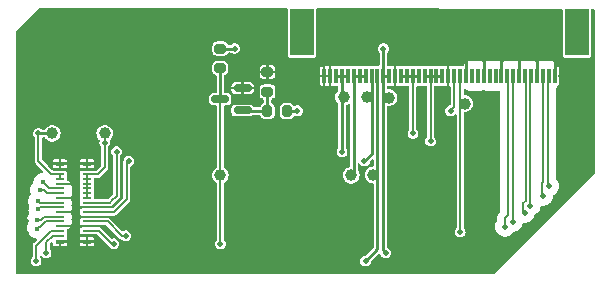
<source format=gbr>
%TF.GenerationSoftware,KiCad,Pcbnew,8.0.0*%
%TF.CreationDate,2024-03-06T21:08:29+04:00*%
%TF.ProjectId,gbc-cm4-aio-flex,6762632d-636d-4342-9d61-696f2d666c65,rev?*%
%TF.SameCoordinates,Original*%
%TF.FileFunction,Copper,L1,Top*%
%TF.FilePolarity,Positive*%
%FSLAX46Y46*%
G04 Gerber Fmt 4.6, Leading zero omitted, Abs format (unit mm)*
G04 Created by KiCad (PCBNEW 8.0.0) date 2024-03-06 21:08:29*
%MOMM*%
%LPD*%
G01*
G04 APERTURE LIST*
G04 Aperture macros list*
%AMRoundRect*
0 Rectangle with rounded corners*
0 $1 Rounding radius*
0 $2 $3 $4 $5 $6 $7 $8 $9 X,Y pos of 4 corners*
0 Add a 4 corners polygon primitive as box body*
4,1,4,$2,$3,$4,$5,$6,$7,$8,$9,$2,$3,0*
0 Add four circle primitives for the rounded corners*
1,1,$1+$1,$2,$3*
1,1,$1+$1,$4,$5*
1,1,$1+$1,$6,$7*
1,1,$1+$1,$8,$9*
0 Add four rect primitives between the rounded corners*
20,1,$1+$1,$2,$3,$4,$5,0*
20,1,$1+$1,$4,$5,$6,$7,0*
20,1,$1+$1,$6,$7,$8,$9,0*
20,1,$1+$1,$8,$9,$2,$3,0*%
G04 Aperture macros list end*
%TA.AperFunction,SMDPad,CuDef*%
%ADD10C,1.000000*%
%TD*%
%TA.AperFunction,SMDPad,CuDef*%
%ADD11RoundRect,0.200000X0.200000X0.275000X-0.200000X0.275000X-0.200000X-0.275000X0.200000X-0.275000X0*%
%TD*%
%TA.AperFunction,SMDPad,CuDef*%
%ADD12RoundRect,0.200000X-0.275000X0.200000X-0.275000X-0.200000X0.275000X-0.200000X0.275000X0.200000X0*%
%TD*%
%TA.AperFunction,SMDPad,CuDef*%
%ADD13R,0.800000X0.200000*%
%TD*%
%TA.AperFunction,SMDPad,CuDef*%
%ADD14R,0.800000X0.400000*%
%TD*%
%TA.AperFunction,SMDPad,CuDef*%
%ADD15RoundRect,0.150000X0.587500X0.150000X-0.587500X0.150000X-0.587500X-0.150000X0.587500X-0.150000X0*%
%TD*%
%TA.AperFunction,SMDPad,CuDef*%
%ADD16RoundRect,0.200000X0.275000X-0.200000X0.275000X0.200000X-0.275000X0.200000X-0.275000X-0.200000X0*%
%TD*%
%TA.AperFunction,SMDPad,CuDef*%
%ADD17R,0.300000X1.300000*%
%TD*%
%TA.AperFunction,SMDPad,CuDef*%
%ADD18R,2.000000X4.000000*%
%TD*%
%TA.AperFunction,ViaPad*%
%ADD19C,0.500000*%
%TD*%
%TA.AperFunction,ViaPad*%
%ADD20C,0.400000*%
%TD*%
%TA.AperFunction,Conductor*%
%ADD21C,0.200000*%
%TD*%
%TA.AperFunction,Conductor*%
%ADD22C,0.250000*%
%TD*%
%TA.AperFunction,Conductor*%
%ADD23C,0.180000*%
%TD*%
G04 APERTURE END LIST*
D10*
%TO.P,PWM1,1,1*%
%TO.N,/PWM*%
X158510000Y-122590000D03*
%TD*%
D11*
%TO.P,R3,1*%
%TO.N,Net-(J3-Pin_18)*%
X143440000Y-123210000D03*
%TO.P,R3,2*%
%TO.N,Net-(Q1-B)*%
X141790000Y-123210000D03*
%TD*%
D10*
%TO.P,A1,1,1*%
%TO.N,/LCD_A*%
X128010000Y-125110000D03*
%TD*%
%TO.P,K1,1,1*%
%TO.N,/LCD_K*%
X123580000Y-125110000D03*
%TD*%
%TO.P,2V8,1,1*%
%TO.N,+2V8*%
X150720000Y-128630000D03*
%TD*%
D12*
%TO.P,R2,1*%
%TO.N,GND*%
X141790000Y-119920000D03*
%TO.P,R2,2*%
%TO.N,Net-(Q1-B)*%
X141790000Y-121570000D03*
%TD*%
D10*
%TO.P,1V8,1,1*%
%TO.N,+1V8*%
X152090000Y-122090000D03*
%TD*%
D13*
%TO.P,J1,1,Pin_1*%
%TO.N,+1V8*%
X124200000Y-133770000D03*
%TO.P,J1,2,Pin_2*%
%TO.N,GND*%
X126500000Y-133770000D03*
%TO.P,J1,3,Pin_3*%
%TO.N,+2V8*%
X124200000Y-133370000D03*
%TO.P,J1,4,Pin_4*%
%TO.N,/RESET*%
X126500000Y-133370000D03*
%TO.P,J1,5,Pin_5*%
%TO.N,GND*%
X124200000Y-132970000D03*
%TO.P,J1,6,Pin_6*%
X126500000Y-132970000D03*
%TO.P,J1,7,Pin_7*%
%TO.N,/CLK_N*%
X124200000Y-132570000D03*
%TO.P,J1,8,Pin_8*%
%TO.N,/PWM*%
X126500000Y-132570000D03*
%TO.P,J1,9,Pin_9*%
%TO.N,/CLK_P*%
X124200000Y-132170000D03*
%TO.P,J1,10,Pin_10*%
%TO.N,GND*%
X126500000Y-132170000D03*
%TO.P,J1,11,Pin_11*%
X124200000Y-131770000D03*
%TO.P,J1,12,Pin_12*%
%TO.N,-5V*%
X126500000Y-131770000D03*
%TO.P,J1,13,Pin_13*%
%TO.N,/D1_N*%
X124200000Y-131370000D03*
%TO.P,J1,14,Pin_14*%
%TO.N,GND*%
X126500000Y-131370000D03*
%TO.P,J1,15,Pin_15*%
%TO.N,/D1_P*%
X124200000Y-130970000D03*
%TO.P,J1,16,Pin_16*%
%TO.N,+5V*%
X126500000Y-130970000D03*
%TO.P,J1,17,Pin_17*%
%TO.N,GND*%
X124200000Y-130570000D03*
%TO.P,J1,18,Pin_18*%
%TO.N,/LCD_A*%
X126500000Y-130570000D03*
%TO.P,J1,19,Pin_19*%
%TO.N,/D0_N*%
X124200000Y-130170000D03*
%TO.P,J1,20,Pin_20*%
%TO.N,/LCD_A*%
X126500000Y-130170000D03*
%TO.P,J1,21,Pin_21*%
%TO.N,/D0_P*%
X124200000Y-129770000D03*
%TO.P,J1,22,Pin_22*%
%TO.N,/LCD_A*%
X126500000Y-129770000D03*
%TO.P,J1,23,Pin_23*%
%TO.N,GND*%
X124200000Y-129370000D03*
%TO.P,J1,24,Pin_24*%
%TO.N,/LCD_A*%
X126500000Y-129370000D03*
%TO.P,J1,25,Pin_25*%
%TO.N,/LCD_K*%
X124200000Y-128970000D03*
%TO.P,J1,26,Pin_26*%
%TO.N,/LCD_A*%
X126500000Y-128970000D03*
%TO.P,J1,27,Pin_27*%
%TO.N,/LCD_K*%
X124200000Y-128570000D03*
%TO.P,J1,28,Pin_28*%
%TO.N,/LCD_A*%
X126500000Y-128570000D03*
%TO.P,J1,29,Pin_29*%
%TO.N,GND*%
X124200000Y-128170000D03*
%TO.P,J1,30,Pin_30*%
X126500000Y-128170000D03*
D14*
%TO.P,J1,MP,MP*%
X124200000Y-134270000D03*
X126500000Y-134270000D03*
X124200000Y-127670000D03*
X126500000Y-127670000D03*
%TD*%
D10*
%TO.P,3V3,1,1*%
%TO.N,+3.3V*%
X148880000Y-128660000D03*
%TD*%
D15*
%TO.P,Q1,1,B*%
%TO.N,Net-(Q1-B)*%
X139680000Y-123170000D03*
%TO.P,Q1,2,E*%
%TO.N,GND*%
X139680000Y-121270000D03*
%TO.P,Q1,3,C*%
%TO.N,/RESET*%
X137805000Y-122220000D03*
%TD*%
D10*
%TO.P,+5V1,1,1*%
%TO.N,+5V*%
X148230000Y-122060000D03*
%TD*%
D16*
%TO.P,R1,1*%
%TO.N,/RESET*%
X137800000Y-119580000D03*
%TO.P,R1,2*%
%TO.N,+1V8*%
X137800000Y-117930000D03*
%TD*%
D17*
%TO.P,J3,1,Pin_1*%
%TO.N,GND*%
X166100000Y-120250000D03*
%TO.P,J3,2,Pin_2*%
%TO.N,/D0_P*%
X165600000Y-120250000D03*
%TO.P,J3,3,Pin_3*%
%TO.N,/D0_N*%
X165100000Y-120250000D03*
%TO.P,J3,5,Pin_5*%
%TO.N,/D1_P*%
X164100000Y-120250000D03*
%TO.P,J3,6,Pin_6*%
%TO.N,/D1_N*%
X163600000Y-120250000D03*
%TO.P,J3,7,Pin_7*%
%TO.N,GND*%
X163100000Y-120250000D03*
%TO.P,J3,8,Pin_8*%
%TO.N,/CLK_P*%
X162600000Y-120250000D03*
%TO.P,J3,9,Pin_9*%
%TO.N,/CLK_N*%
X162100000Y-120250000D03*
%TO.P,J3,10,Pin_10*%
%TO.N,GND*%
X161600000Y-120250000D03*
%TO.P,J3,11,Pin_11*%
%TO.N,/D2_P*%
X161100000Y-120250000D03*
%TO.P,J3,12,Pin_12*%
%TO.N,/D2_N*%
X160600000Y-120250000D03*
%TO.P,J3,13,Pin_13*%
%TO.N,GND*%
X160100000Y-120250000D03*
%TO.P,J3,14,Pin_14*%
%TO.N,/D3_P*%
X159600000Y-120250000D03*
%TO.P,J3,15,Pin_15*%
%TO.N,/D3_N*%
X159100000Y-120250000D03*
%TO.P,J3,16,Pin_16*%
%TO.N,GND*%
X158600000Y-120250000D03*
%TO.P,J3,17,Pin_17*%
%TO.N,/PWM*%
X158100000Y-120250000D03*
%TO.P,J3,18,Pin_18*%
%TO.N,Net-(J3-Pin_18)*%
X157600000Y-120250000D03*
%TO.P,J3,19,Pin_19*%
%TO.N,GND*%
X157100000Y-120250000D03*
%TO.P,J3,20,Pin_20*%
%TO.N,/LCD_A*%
X156600000Y-120250000D03*
%TO.P,J3,21,Pin_21*%
X156100000Y-120250000D03*
%TO.P,J3,22,Pin_22*%
X155600000Y-120250000D03*
%TO.P,J3,23,Pin_23*%
X155100000Y-120250000D03*
%TO.P,J3,24,Pin_24*%
%TO.N,/LCD_K*%
X154600000Y-120250000D03*
%TO.P,J3,25,Pin_25*%
X154100000Y-120250000D03*
%TO.P,J3,26,Pin_26*%
X153600000Y-120250000D03*
%TO.P,J3,27,Pin_27*%
X153100000Y-120250000D03*
%TO.P,J3,28,Pin_28*%
%TO.N,GND*%
X152600000Y-120250000D03*
%TO.P,J3,29,Pin_29*%
%TO.N,+1V8*%
X152100000Y-120250000D03*
%TO.P,J3,30,Pin_30*%
X151600000Y-120250000D03*
%TO.P,J3,31,Pin_31*%
%TO.N,+2V8*%
X151100000Y-120250000D03*
%TO.P,J3,32,Pin_32*%
%TO.N,-5V*%
X150600000Y-120250000D03*
%TO.P,J3,33,Pin_33*%
%TO.N,+3.3V*%
X150100000Y-120250000D03*
%TO.P,J3,34,Pin_34*%
X149600000Y-120250000D03*
%TO.P,J3,35,Pin_35*%
X149100000Y-120250000D03*
%TO.P,J3,36,Pin_36*%
%TO.N,+5V*%
X148600000Y-120250000D03*
%TO.P,J3,37,Pin_37*%
X148100000Y-120250000D03*
%TO.P,J3,38,Pin_38*%
X147600000Y-120250000D03*
%TO.P,J3,39,Pin_39*%
%TO.N,GND*%
X147100000Y-120250000D03*
%TO.P,J3,40,Pin_40*%
X146600000Y-120250000D03*
D18*
%TO.P,J3,MP*%
%TO.N,N/C*%
X168000000Y-116495000D03*
X144700000Y-116495000D03*
D17*
%TO.P,J3,b*%
X164600000Y-120250000D03*
%TD*%
D10*
%TO.P,GND1,1,1*%
%TO.N,GND*%
X167930000Y-122930000D03*
%TD*%
%TO.P,RST1,1,1*%
%TO.N,/RESET*%
X137800000Y-128670000D03*
%TD*%
%TO.P,-5V1,1,1*%
%TO.N,-5V*%
X150230000Y-122070000D03*
%TD*%
D19*
%TO.N,GND*%
X166570000Y-130090000D03*
X161210000Y-126750000D03*
X147000000Y-134500000D03*
X134540000Y-128430000D03*
X166100000Y-118810000D03*
X146600000Y-121500000D03*
X125360000Y-128000000D03*
X145900000Y-120200000D03*
X140420000Y-128440000D03*
X150000000Y-134500000D03*
X131550000Y-128430000D03*
X132550000Y-128430000D03*
X160080000Y-128020000D03*
X161600000Y-118810000D03*
X158600000Y-118810000D03*
X147420000Y-128440000D03*
X143000000Y-134500000D03*
X146000000Y-134500000D03*
X166500000Y-128290000D03*
X140000000Y-134500000D03*
X161080000Y-128020000D03*
X163100000Y-118810000D03*
X165720000Y-131300000D03*
X142000000Y-134500000D03*
X152720000Y-134350000D03*
X157190000Y-128080000D03*
X146600000Y-119000000D03*
X161210000Y-124750000D03*
X166500000Y-124390000D03*
X127510000Y-134500000D03*
X147100000Y-121500000D03*
X121340000Y-133550000D03*
X148000000Y-134500000D03*
X154140000Y-134340000D03*
X141000000Y-134500000D03*
X121340000Y-128550000D03*
X145420000Y-128440000D03*
X164650000Y-132190000D03*
X139000000Y-134500000D03*
X121340000Y-129550000D03*
X157000000Y-121500000D03*
X141420000Y-128440000D03*
X161210000Y-121750000D03*
X159050000Y-127770000D03*
X130550000Y-128430000D03*
X125360000Y-133500000D03*
X145000000Y-134500000D03*
X144000000Y-134500000D03*
X128010000Y-129000000D03*
X154980000Y-128370000D03*
X163580000Y-132940000D03*
X142420000Y-128440000D03*
X152500000Y-128820000D03*
X135540000Y-128430000D03*
X152600000Y-119000000D03*
X161210000Y-123750000D03*
X121340000Y-132550000D03*
X136540000Y-128430000D03*
X156150000Y-134340000D03*
X121340000Y-130550000D03*
X125360000Y-127000000D03*
X161210000Y-122750000D03*
X139420000Y-128440000D03*
X166500000Y-126390000D03*
X166800000Y-120200000D03*
X147100000Y-119000000D03*
X166490000Y-121460000D03*
X157100000Y-119000000D03*
X164600000Y-118810000D03*
X166500000Y-129000000D03*
X123010000Y-127000000D03*
X144420000Y-128440000D03*
X143420000Y-128440000D03*
X160100000Y-121710000D03*
X155960000Y-128210000D03*
X166500000Y-122390000D03*
X161170000Y-133870000D03*
X121340000Y-131550000D03*
X162490000Y-133880000D03*
X154050000Y-128810000D03*
X127010000Y-127000000D03*
X125360000Y-134500000D03*
X160100000Y-118810000D03*
X166500000Y-123390000D03*
X161210000Y-125750000D03*
X166500000Y-125390000D03*
X149000000Y-134500000D03*
X125360000Y-129000000D03*
X157800000Y-134370000D03*
X146420000Y-128440000D03*
X159460000Y-134350000D03*
X133540000Y-128430000D03*
X166500000Y-127290000D03*
%TO.N,/D0_P*%
X165600000Y-129570000D03*
D20*
X122770000Y-129270000D03*
D19*
%TO.N,/D0_N*%
X165110000Y-130380000D03*
D20*
X122510000Y-129920000D03*
D19*
%TO.N,/D1_P*%
X164040000Y-131232701D03*
D20*
X122320000Y-130850000D03*
%TO.N,/D1_N*%
X122350000Y-131550000D03*
D19*
X163567374Y-131818516D03*
%TO.N,/CLK_P*%
X162540000Y-132599927D03*
D20*
X122250000Y-132440000D03*
%TO.N,/CLK_N*%
X122233596Y-133176754D03*
D19*
X161900000Y-133000000D03*
%TO.N,/PWM*%
X158110000Y-133470000D03*
X129794000Y-133780000D03*
%TO.N,/RESET*%
X137810000Y-134460000D03*
X128778000Y-134460000D03*
%TO.N,/LCD_A*%
X155600000Y-125760000D03*
X128010000Y-125890000D03*
%TO.N,/LCD_K*%
X122400000Y-125120000D03*
X154110000Y-125120000D03*
%TO.N,+1V8*%
X151790000Y-135210000D03*
X139010000Y-117930000D03*
X123040000Y-135220000D03*
X151610000Y-117930000D03*
%TO.N,+2V8*%
X150100000Y-135930000D03*
X122200000Y-135930000D03*
%TO.N,-5V*%
X150000000Y-127460000D03*
X130048000Y-127460000D03*
%TO.N,+5V*%
X129020000Y-126660000D03*
X148100000Y-126660000D03*
%TO.N,Net-(J3-Pin_18)*%
X144320000Y-123190000D03*
X157290000Y-123190000D03*
%TD*%
D21*
%TO.N,GND*%
X125480000Y-129370000D02*
X125480000Y-129120000D01*
D22*
X166100000Y-120250000D02*
X166100000Y-118810000D01*
D21*
X125480000Y-129120000D02*
X125360000Y-129000000D01*
X124200000Y-130570000D02*
X125530000Y-130570000D01*
D22*
X161600000Y-120250000D02*
X161600000Y-118810000D01*
X163100000Y-120250000D02*
X163100000Y-118810000D01*
X158600000Y-120250000D02*
X158600000Y-118810000D01*
D21*
X124200000Y-132970000D02*
X125490000Y-132970000D01*
X124200000Y-131770000D02*
X125500000Y-131770000D01*
D22*
X164600000Y-120250000D02*
X164600000Y-118810000D01*
X160100000Y-120250000D02*
X160100000Y-118810000D01*
D21*
X124200000Y-129370000D02*
X125480000Y-129370000D01*
D23*
%TO.N,/D0_P*%
X165540000Y-120310000D02*
X165600000Y-120250000D01*
X122770000Y-129270000D02*
X123270000Y-129770000D01*
X165540000Y-129510000D02*
X165540000Y-120310000D01*
X165600000Y-129570000D02*
X165540000Y-129510000D01*
X123270000Y-129770000D02*
X124200000Y-129770000D01*
D21*
%TO.N,/D0_N*%
X165110000Y-130380000D02*
X165050000Y-130320000D01*
X165045000Y-129799889D02*
X165045000Y-129285000D01*
D23*
X123132598Y-130170000D02*
X124200000Y-130170000D01*
D21*
X165050000Y-129804889D02*
X165045000Y-129799889D01*
D23*
X122882598Y-129920000D02*
X123132598Y-130170000D01*
X122510000Y-129920000D02*
X122882598Y-129920000D01*
D21*
X165100000Y-129230000D02*
X165100000Y-120250000D01*
X165045000Y-129285000D02*
X165100000Y-129230000D01*
X165050000Y-130320000D02*
X165050000Y-129804889D01*
D23*
%TO.N,/D1_P*%
X122320000Y-130850000D02*
X122440000Y-130850000D01*
X122440000Y-130850000D02*
X122560000Y-130970000D01*
X164040000Y-131232701D02*
X164040000Y-120310000D01*
X122560000Y-130970000D02*
X124200000Y-130970000D01*
X164040000Y-120310000D02*
X164100000Y-120250000D01*
%TO.N,/D1_N*%
X163462154Y-131713296D02*
X163462154Y-130987846D01*
D21*
X163650000Y-120300000D02*
X163600000Y-120250000D01*
X163650000Y-130800000D02*
X163650000Y-120300000D01*
X163550000Y-130900000D02*
X163650000Y-130800000D01*
D23*
X122530000Y-131370000D02*
X124200000Y-131370000D01*
X122350000Y-131550000D02*
X122530000Y-131370000D01*
X163567374Y-131818516D02*
X163462154Y-131713296D01*
X163462154Y-130987846D02*
X163550000Y-130900000D01*
%TO.N,/CLK_P*%
X122250000Y-132440000D02*
X122632598Y-132440000D01*
X122902598Y-132170000D02*
X124200000Y-132170000D01*
X162540000Y-132599927D02*
X162540000Y-120310000D01*
X122632598Y-132440000D02*
X122902598Y-132170000D01*
X162540000Y-120310000D02*
X162600000Y-120250000D01*
%TO.N,/CLK_N*%
X122541122Y-133068878D02*
X123040000Y-132570000D01*
X122233596Y-133176754D02*
X122341472Y-133068878D01*
X122341472Y-133068878D02*
X122541122Y-133068878D01*
X161900000Y-132316324D02*
X162160000Y-132056324D01*
X161900000Y-133000000D02*
X161900000Y-132316324D01*
X123040000Y-132570000D02*
X124200000Y-132570000D01*
X162160000Y-132056324D02*
X162160000Y-120310000D01*
X162160000Y-120310000D02*
X162100000Y-120250000D01*
D21*
%TO.N,/PWM*%
X129462000Y-133780000D02*
X128252000Y-132570000D01*
X129794000Y-133780000D02*
X129462000Y-133780000D01*
X128252000Y-132570000D02*
X126500000Y-132570000D01*
X158110000Y-133470000D02*
X158100000Y-133460000D01*
X158100000Y-133460000D02*
X158100000Y-120250000D01*
%TO.N,/RESET*%
X128778000Y-134460000D02*
X128618000Y-134460000D01*
X128618000Y-134460000D02*
X127528000Y-133370000D01*
X137810000Y-134460000D02*
X137805000Y-134455000D01*
D22*
X137800000Y-119580000D02*
X137800000Y-122215000D01*
X137800000Y-122215000D02*
X137805000Y-122220000D01*
D21*
X137805000Y-134455000D02*
X137805000Y-122220000D01*
X127528000Y-133370000D02*
X126500000Y-133370000D01*
%TO.N,/LCD_A*%
X128010000Y-128000000D02*
X127440000Y-128570000D01*
X155600000Y-125760000D02*
X155600000Y-120250000D01*
D22*
X156600000Y-120250000D02*
X155100000Y-120250000D01*
D21*
X128010000Y-125890000D02*
X128010000Y-124820000D01*
X126500000Y-128570000D02*
X127440000Y-128570000D01*
X126500000Y-130570000D02*
X126500000Y-128570000D01*
X128010000Y-125890000D02*
X128010000Y-128000000D01*
%TO.N,/LCD_K*%
X154100000Y-125110000D02*
X154100000Y-120250000D01*
D22*
X154600000Y-120250000D02*
X153100000Y-120250000D01*
D21*
X124200000Y-128570000D02*
X124200000Y-128970000D01*
X154110000Y-125120000D02*
X154100000Y-125110000D01*
X154100000Y-125130000D02*
X154110000Y-125120000D01*
X123490000Y-128570000D02*
X124200000Y-128570000D01*
D22*
X123580000Y-125110000D02*
X122410000Y-125110000D01*
D21*
X122400000Y-127480000D02*
X123490000Y-128570000D01*
D22*
X122410000Y-125110000D02*
X122400000Y-125120000D01*
D21*
X122400000Y-125120000D02*
X122400000Y-127480000D01*
%TO.N,+1V8*%
X123040000Y-134330000D02*
X123040000Y-135220000D01*
X124200000Y-133770000D02*
X123600000Y-133770000D01*
D22*
X151600000Y-120250000D02*
X152100000Y-120250000D01*
X151610000Y-120240000D02*
X151600000Y-120250000D01*
X137800000Y-117930000D02*
X139010000Y-117930000D01*
X151610000Y-117930000D02*
X151610000Y-120240000D01*
X151600000Y-135020000D02*
X151790000Y-135210000D01*
D21*
X123600000Y-133770000D02*
X123040000Y-134330000D01*
D22*
X151600000Y-120250000D02*
X151600000Y-135020000D01*
%TO.N,+2V8*%
X151100000Y-120250000D02*
X151100000Y-134930000D01*
D21*
X123434314Y-133370000D02*
X122200000Y-134604314D01*
D22*
X151100000Y-134930000D02*
X150100000Y-135930000D01*
D21*
X122200000Y-134604314D02*
X122200000Y-135930000D01*
X124200000Y-133370000D02*
X123434314Y-133370000D01*
%TO.N,-5V*%
X129880000Y-127628000D02*
X129880000Y-130690000D01*
X129880000Y-130690000D02*
X128800000Y-131770000D01*
D22*
X150600000Y-120250000D02*
X150600000Y-126850000D01*
D21*
X128800000Y-131770000D02*
X126500000Y-131770000D01*
X130048000Y-127460000D02*
X129880000Y-127628000D01*
D22*
X150600000Y-126850000D02*
X150000000Y-127450000D01*
X150000000Y-127450000D02*
X150000000Y-127460000D01*
%TO.N,+3.3V*%
X148880000Y-128660000D02*
X149100000Y-128440000D01*
X149100000Y-128440000D02*
X149100000Y-120250000D01*
X149100000Y-120250000D02*
X150100000Y-120250000D01*
D21*
%TO.N,+5V*%
X129020000Y-130380000D02*
X129020000Y-126660000D01*
X126500000Y-130970000D02*
X128430000Y-130970000D01*
X128430000Y-130970000D02*
X128580000Y-130820000D01*
D22*
X147600000Y-120250000D02*
X148600000Y-120250000D01*
D21*
X128580000Y-130820000D02*
X129020000Y-130380000D01*
D22*
X148100000Y-120250000D02*
X148100000Y-126660000D01*
D21*
%TO.N,Net-(J3-Pin_18)*%
X157300000Y-123190000D02*
X157600000Y-122890000D01*
D22*
X144320000Y-123190000D02*
X143460000Y-123190000D01*
X143460000Y-123190000D02*
X143440000Y-123210000D01*
X157290000Y-123190000D02*
X157300000Y-123190000D01*
D21*
X157600000Y-120250000D02*
X157600000Y-122890000D01*
D22*
%TO.N,Net-(Q1-B)*%
X141790000Y-123210000D02*
X139720000Y-123210000D01*
X139720000Y-123210000D02*
X139680000Y-123170000D01*
X141790000Y-123210000D02*
X141790000Y-121570000D01*
%TD*%
%TA.AperFunction,Conductor*%
%TO.N,GND*%
G36*
X143400629Y-114526653D02*
G01*
X143458793Y-114545634D01*
X143494694Y-114595179D01*
X143499500Y-114625652D01*
X143499500Y-118514746D01*
X143499501Y-118514758D01*
X143511132Y-118573227D01*
X143511133Y-118573231D01*
X143555448Y-118639552D01*
X143621769Y-118683867D01*
X143666231Y-118692711D01*
X143680241Y-118695498D01*
X143680246Y-118695498D01*
X143680252Y-118695500D01*
X143680253Y-118695500D01*
X145719747Y-118695500D01*
X145719748Y-118695500D01*
X145778231Y-118683867D01*
X145844552Y-118639552D01*
X145888867Y-118573231D01*
X145900500Y-118514748D01*
X145900500Y-114628967D01*
X145919407Y-114570776D01*
X145968907Y-114534812D01*
X145999622Y-114529967D01*
X166700629Y-114556366D01*
X166758793Y-114575347D01*
X166794694Y-114624892D01*
X166799500Y-114655365D01*
X166799500Y-118514746D01*
X166799501Y-118514758D01*
X166811132Y-118573227D01*
X166811133Y-118573231D01*
X166855448Y-118639552D01*
X166921769Y-118683867D01*
X166966231Y-118692711D01*
X166980241Y-118695498D01*
X166980246Y-118695498D01*
X166980252Y-118695500D01*
X166980253Y-118695500D01*
X169019747Y-118695500D01*
X169019748Y-118695500D01*
X169078231Y-118683867D01*
X169144552Y-118639552D01*
X169188867Y-118573231D01*
X169200500Y-118514748D01*
X169200500Y-114658680D01*
X169219407Y-114600489D01*
X169268907Y-114564525D01*
X169299623Y-114559680D01*
X169401128Y-114559809D01*
X169459292Y-114578790D01*
X169495193Y-114628336D01*
X169500000Y-114658809D01*
X169500000Y-128458992D01*
X169481093Y-128517183D01*
X169471004Y-128528996D01*
X161028996Y-136971004D01*
X160974479Y-136998781D01*
X160958992Y-137000000D01*
X120599000Y-137000000D01*
X120540809Y-136981093D01*
X120504845Y-136931593D01*
X120500000Y-136901000D01*
X120500000Y-133176754D01*
X121428031Y-133176754D01*
X121448228Y-133356011D01*
X121448229Y-133356015D01*
X121507807Y-133526276D01*
X121507807Y-133526277D01*
X121598429Y-133670500D01*
X121603780Y-133679016D01*
X121731334Y-133806570D01*
X121731336Y-133806571D01*
X121731337Y-133806572D01*
X121863707Y-133889746D01*
X121884074Y-133902543D01*
X121935392Y-133920500D01*
X122054334Y-133962120D01*
X122054338Y-133962121D01*
X122054341Y-133962122D01*
X122176192Y-133975851D01*
X122231898Y-134001154D01*
X122262094Y-134054369D01*
X122255243Y-134115170D01*
X122235110Y-134144231D01*
X122015489Y-134363853D01*
X121959539Y-134419803D01*
X121919980Y-134488321D01*
X121919978Y-134488325D01*
X121899500Y-134564749D01*
X121899500Y-135551937D01*
X121880593Y-135610128D01*
X121875320Y-135616767D01*
X121817118Y-135683936D01*
X121817116Y-135683940D01*
X121763302Y-135801774D01*
X121744867Y-135929997D01*
X121744867Y-135930002D01*
X121763302Y-136058225D01*
X121817117Y-136176060D01*
X121817118Y-136176063D01*
X121901951Y-136273967D01*
X121901952Y-136273968D01*
X122010926Y-136344001D01*
X122010931Y-136344004D01*
X122135228Y-136380500D01*
X122135230Y-136380500D01*
X122264770Y-136380500D01*
X122264772Y-136380500D01*
X122389069Y-136344004D01*
X122498049Y-136273967D01*
X122582882Y-136176063D01*
X122636697Y-136058226D01*
X122655133Y-135930000D01*
X122652800Y-135913775D01*
X122636697Y-135801774D01*
X122582883Y-135683940D01*
X122582882Y-135683938D01*
X122582882Y-135683937D01*
X122524679Y-135616766D01*
X122500863Y-135560408D01*
X122500500Y-135551937D01*
X122500500Y-135550745D01*
X122519407Y-135492554D01*
X122568907Y-135456590D01*
X122630093Y-135456590D01*
X122674319Y-135485914D01*
X122700384Y-135515995D01*
X122741950Y-135563966D01*
X122741951Y-135563967D01*
X122835370Y-135624004D01*
X122850931Y-135634004D01*
X122975228Y-135670500D01*
X122975230Y-135670500D01*
X123104770Y-135670500D01*
X123104772Y-135670500D01*
X123229069Y-135634004D01*
X123338049Y-135563967D01*
X123422882Y-135466063D01*
X123476697Y-135348226D01*
X123495133Y-135220000D01*
X123494035Y-135212366D01*
X123476697Y-135091774D01*
X123422883Y-134973940D01*
X123422882Y-134973937D01*
X123364679Y-134906766D01*
X123340863Y-134850408D01*
X123340500Y-134841937D01*
X123340500Y-134495479D01*
X123359407Y-134437288D01*
X123369496Y-134425475D01*
X123430996Y-134363975D01*
X123485513Y-134336198D01*
X123545945Y-134345769D01*
X123589210Y-134389034D01*
X123600000Y-134433979D01*
X123600000Y-134489700D01*
X123611603Y-134548036D01*
X123655806Y-134614189D01*
X123655810Y-134614193D01*
X123721963Y-134658396D01*
X123780299Y-134669999D01*
X123780303Y-134670000D01*
X124099999Y-134670000D01*
X124100000Y-134669999D01*
X124300000Y-134669999D01*
X124300001Y-134670000D01*
X124619697Y-134670000D01*
X124619700Y-134669999D01*
X124678036Y-134658396D01*
X124744189Y-134614193D01*
X124744193Y-134614189D01*
X124788396Y-134548036D01*
X124799999Y-134489700D01*
X125900000Y-134489700D01*
X125911603Y-134548036D01*
X125955806Y-134614189D01*
X125955810Y-134614193D01*
X126021963Y-134658396D01*
X126080299Y-134669999D01*
X126080303Y-134670000D01*
X126399999Y-134670000D01*
X126400000Y-134669999D01*
X126600000Y-134669999D01*
X126600001Y-134670000D01*
X126919697Y-134670000D01*
X126919700Y-134669999D01*
X126978036Y-134658396D01*
X127044189Y-134614193D01*
X127044193Y-134614189D01*
X127088396Y-134548036D01*
X127099999Y-134489700D01*
X127100000Y-134489697D01*
X127100000Y-134370001D01*
X127099999Y-134370000D01*
X126600001Y-134370000D01*
X126600000Y-134370001D01*
X126600000Y-134669999D01*
X126400000Y-134669999D01*
X126400000Y-134370001D01*
X126399999Y-134370000D01*
X125900001Y-134370000D01*
X125900000Y-134370001D01*
X125900000Y-134489700D01*
X124799999Y-134489700D01*
X124800000Y-134489697D01*
X124800000Y-134370001D01*
X124799999Y-134370000D01*
X124300001Y-134370000D01*
X124300000Y-134370001D01*
X124300000Y-134669999D01*
X124100000Y-134669999D01*
X124100000Y-134269000D01*
X124118907Y-134210809D01*
X124168407Y-134174845D01*
X124199000Y-134170000D01*
X124799999Y-134170000D01*
X124800000Y-134169999D01*
X125900000Y-134169999D01*
X125900001Y-134170000D01*
X126399999Y-134170000D01*
X126400000Y-134169999D01*
X126600000Y-134169999D01*
X126600001Y-134170000D01*
X127099999Y-134170000D01*
X127100000Y-134169999D01*
X127100000Y-134050302D01*
X127099999Y-134050299D01*
X127088396Y-133991963D01*
X127044193Y-133925810D01*
X127044189Y-133925806D01*
X126978036Y-133881603D01*
X126919700Y-133870000D01*
X126600001Y-133870000D01*
X126600000Y-133870001D01*
X126600000Y-134169999D01*
X126400000Y-134169999D01*
X126400000Y-133870001D01*
X126399999Y-133870000D01*
X126080299Y-133870000D01*
X126021963Y-133881603D01*
X125955810Y-133925806D01*
X125955806Y-133925810D01*
X125911603Y-133991963D01*
X125900000Y-134050299D01*
X125900000Y-134169999D01*
X124800000Y-134169999D01*
X124800000Y-134050302D01*
X124799999Y-134050299D01*
X124788123Y-133990593D01*
X124788124Y-133951963D01*
X124788866Y-133948232D01*
X124788867Y-133948231D01*
X124795878Y-133912981D01*
X124800499Y-133889755D01*
X124800500Y-133889746D01*
X124800500Y-133650253D01*
X124800498Y-133650241D01*
X124788379Y-133589315D01*
X124788379Y-133550685D01*
X124800498Y-133489758D01*
X124800500Y-133489746D01*
X125899500Y-133489746D01*
X125899501Y-133489758D01*
X125911132Y-133548227D01*
X125911134Y-133548233D01*
X125944538Y-133598225D01*
X125955448Y-133614552D01*
X126021769Y-133658867D01*
X126066231Y-133667711D01*
X126080241Y-133670498D01*
X126080246Y-133670498D01*
X126080252Y-133670500D01*
X126460438Y-133670500D01*
X127362521Y-133670500D01*
X127420712Y-133689407D01*
X127432525Y-133699496D01*
X128345525Y-134612496D01*
X128365574Y-134641373D01*
X128378648Y-134670000D01*
X128395118Y-134706063D01*
X128436798Y-134754165D01*
X128479952Y-134803968D01*
X128588926Y-134874001D01*
X128588931Y-134874004D01*
X128713228Y-134910500D01*
X128713230Y-134910500D01*
X128842770Y-134910500D01*
X128842772Y-134910500D01*
X128967069Y-134874004D01*
X129076049Y-134803967D01*
X129160882Y-134706063D01*
X129214697Y-134588226D01*
X129233133Y-134460000D01*
X129214697Y-134331774D01*
X129160882Y-134213937D01*
X129076049Y-134116033D01*
X129076048Y-134116032D01*
X129076047Y-134116031D01*
X128967073Y-134045998D01*
X128967070Y-134045996D01*
X128967069Y-134045996D01*
X128967066Y-134045995D01*
X128842774Y-134009500D01*
X128842772Y-134009500D01*
X128713228Y-134009500D01*
X128713225Y-134009500D01*
X128713223Y-134009501D01*
X128676239Y-134020360D01*
X128615078Y-134018612D01*
X128578345Y-133995374D01*
X128152971Y-133570000D01*
X127712511Y-133129540D01*
X127712505Y-133129536D01*
X127712503Y-133129535D01*
X127705422Y-133125447D01*
X127705420Y-133125446D01*
X127665839Y-133102594D01*
X127643988Y-133089978D01*
X127567564Y-133069500D01*
X127567562Y-133069500D01*
X126919748Y-133069500D01*
X126080252Y-133069500D01*
X126080251Y-133069500D01*
X126080241Y-133069501D01*
X126021772Y-133081132D01*
X126021766Y-133081134D01*
X125955451Y-133125445D01*
X125955445Y-133125451D01*
X125911134Y-133191766D01*
X125911132Y-133191772D01*
X125899501Y-133250241D01*
X125899500Y-133250253D01*
X125899500Y-133489746D01*
X124800500Y-133489746D01*
X124800500Y-133303076D01*
X124819407Y-133244885D01*
X124861615Y-133211612D01*
X124902841Y-133194536D01*
X125028282Y-133098282D01*
X125124536Y-132972841D01*
X125185044Y-132826762D01*
X125200500Y-132709361D01*
X125200500Y-132689746D01*
X125899500Y-132689746D01*
X125899501Y-132689758D01*
X125911132Y-132748227D01*
X125911134Y-132748233D01*
X125917438Y-132757667D01*
X125955448Y-132814552D01*
X126021769Y-132858867D01*
X126066231Y-132867711D01*
X126080241Y-132870498D01*
X126080246Y-132870498D01*
X126080252Y-132870500D01*
X126460438Y-132870500D01*
X128086521Y-132870500D01*
X128144712Y-132889407D01*
X128156525Y-132899496D01*
X129221540Y-133964511D01*
X129221539Y-133964511D01*
X129277489Y-134020460D01*
X129346007Y-134060019D01*
X129346011Y-134060021D01*
X129422438Y-134080500D01*
X129422446Y-134080500D01*
X129425618Y-134080918D01*
X129427697Y-134081909D01*
X129428706Y-134082180D01*
X129428655Y-134082366D01*
X129480846Y-134107255D01*
X129487524Y-134114242D01*
X129495951Y-134123967D01*
X129604931Y-134194004D01*
X129729228Y-134230500D01*
X129729230Y-134230500D01*
X129858770Y-134230500D01*
X129858772Y-134230500D01*
X129983069Y-134194004D01*
X130092049Y-134123967D01*
X130176882Y-134026063D01*
X130230697Y-133908226D01*
X130244341Y-133813329D01*
X130249133Y-133780002D01*
X130249133Y-133779997D01*
X130230697Y-133651774D01*
X130206242Y-133598226D01*
X130176882Y-133533937D01*
X130092049Y-133436033D01*
X130092048Y-133436032D01*
X130092047Y-133436031D01*
X129983073Y-133365998D01*
X129983070Y-133365996D01*
X129983069Y-133365996D01*
X129983066Y-133365995D01*
X129858774Y-133329500D01*
X129858772Y-133329500D01*
X129729228Y-133329500D01*
X129729225Y-133329500D01*
X129604929Y-133365996D01*
X129604927Y-133365997D01*
X129591705Y-133374494D01*
X129532528Y-133390045D01*
X129475513Y-133367843D01*
X129468182Y-133361211D01*
X128965836Y-132858865D01*
X128436511Y-132329540D01*
X128408275Y-132313238D01*
X128408273Y-132313236D01*
X128367990Y-132289979D01*
X128367985Y-132289977D01*
X128291564Y-132269500D01*
X128291562Y-132269500D01*
X126919748Y-132269500D01*
X126080252Y-132269500D01*
X126080251Y-132269500D01*
X126080241Y-132269501D01*
X126021772Y-132281132D01*
X126021766Y-132281134D01*
X125955451Y-132325445D01*
X125955445Y-132325451D01*
X125911134Y-132391766D01*
X125911132Y-132391772D01*
X125899501Y-132450241D01*
X125899500Y-132450253D01*
X125899500Y-132689746D01*
X125200500Y-132689746D01*
X125200499Y-132430640D01*
X125194217Y-132382922D01*
X125194217Y-132357079D01*
X125200500Y-132309361D01*
X125200499Y-132030640D01*
X125185044Y-131913238D01*
X125175313Y-131889746D01*
X125899500Y-131889746D01*
X125899501Y-131889758D01*
X125911132Y-131948227D01*
X125911134Y-131948233D01*
X125955445Y-132014548D01*
X125955448Y-132014552D01*
X126021769Y-132058867D01*
X126066231Y-132067711D01*
X126080241Y-132070498D01*
X126080246Y-132070498D01*
X126080252Y-132070500D01*
X126080253Y-132070500D01*
X128839563Y-132070500D01*
X128839563Y-132070499D01*
X128915989Y-132050021D01*
X128984511Y-132010460D01*
X129040460Y-131954511D01*
X130120460Y-130874511D01*
X130134466Y-130850252D01*
X130160020Y-130805992D01*
X130160020Y-130805990D01*
X130160022Y-130805988D01*
X130180500Y-130729562D01*
X130180500Y-130650438D01*
X130180500Y-127963461D01*
X130199407Y-127905270D01*
X130231749Y-127878824D01*
X130231112Y-127877832D01*
X130237074Y-127874001D01*
X130346049Y-127803967D01*
X130430882Y-127706063D01*
X130484697Y-127588226D01*
X130503133Y-127460000D01*
X130501738Y-127450299D01*
X130484697Y-127331774D01*
X130454033Y-127264631D01*
X130430882Y-127213937D01*
X130346049Y-127116033D01*
X130346048Y-127116032D01*
X130346047Y-127116031D01*
X130237073Y-127045998D01*
X130237070Y-127045996D01*
X130237069Y-127045996D01*
X130237066Y-127045995D01*
X130112774Y-127009500D01*
X130112772Y-127009500D01*
X129983228Y-127009500D01*
X129983225Y-127009500D01*
X129858933Y-127045995D01*
X129858926Y-127045998D01*
X129749952Y-127116031D01*
X129665117Y-127213938D01*
X129611302Y-127331774D01*
X129592867Y-127459998D01*
X129592867Y-127460002D01*
X129597327Y-127491022D01*
X129594962Y-127530734D01*
X129579500Y-127588438D01*
X129579500Y-130524521D01*
X129560593Y-130582712D01*
X129550504Y-130594525D01*
X128704525Y-131440504D01*
X128650008Y-131468281D01*
X128634521Y-131469500D01*
X126919748Y-131469500D01*
X126080252Y-131469500D01*
X126080251Y-131469500D01*
X126080241Y-131469501D01*
X126021772Y-131481132D01*
X126021766Y-131481134D01*
X125955451Y-131525445D01*
X125955445Y-131525451D01*
X125911134Y-131591766D01*
X125911132Y-131591772D01*
X125899501Y-131650241D01*
X125899500Y-131650253D01*
X125899500Y-131889746D01*
X125175313Y-131889746D01*
X125141404Y-131807885D01*
X125136604Y-131746889D01*
X125141405Y-131732114D01*
X125142587Y-131729261D01*
X125185044Y-131626762D01*
X125200500Y-131509361D01*
X125200499Y-131230640D01*
X125194217Y-131182922D01*
X125194217Y-131157079D01*
X125200500Y-131109361D01*
X125200500Y-131089746D01*
X125899500Y-131089746D01*
X125899501Y-131089758D01*
X125911132Y-131148227D01*
X125911134Y-131148233D01*
X125955445Y-131214548D01*
X125955448Y-131214552D01*
X126021769Y-131258867D01*
X126066231Y-131267711D01*
X126080241Y-131270498D01*
X126080246Y-131270498D01*
X126080252Y-131270500D01*
X126080253Y-131270500D01*
X128469563Y-131270500D01*
X128469563Y-131270499D01*
X128545989Y-131250021D01*
X128614511Y-131210460D01*
X128670460Y-131154511D01*
X128820460Y-131004511D01*
X129260460Y-130564511D01*
X129270178Y-130547678D01*
X129300021Y-130495989D01*
X129320500Y-130419562D01*
X129320500Y-127038063D01*
X129339407Y-126979872D01*
X129344680Y-126973232D01*
X129402882Y-126906063D01*
X129456697Y-126788226D01*
X129467200Y-126715173D01*
X129475133Y-126660002D01*
X129475133Y-126659997D01*
X129456697Y-126531774D01*
X129402882Y-126413938D01*
X129402882Y-126413937D01*
X129318049Y-126316033D01*
X129318048Y-126316032D01*
X129318047Y-126316031D01*
X129209073Y-126245998D01*
X129209070Y-126245996D01*
X129209069Y-126245996D01*
X129209066Y-126245995D01*
X129084774Y-126209500D01*
X129084772Y-126209500D01*
X128955228Y-126209500D01*
X128955225Y-126209500D01*
X128830933Y-126245995D01*
X128830926Y-126245998D01*
X128721952Y-126316031D01*
X128637117Y-126413938D01*
X128583302Y-126531774D01*
X128564867Y-126659997D01*
X128564867Y-126660002D01*
X128583302Y-126788225D01*
X128637117Y-126906061D01*
X128637118Y-126906063D01*
X128695320Y-126973232D01*
X128719137Y-127029592D01*
X128719500Y-127038063D01*
X128719500Y-130214521D01*
X128700593Y-130272712D01*
X128690504Y-130284525D01*
X128334525Y-130640504D01*
X128280008Y-130668281D01*
X128264521Y-130669500D01*
X127199500Y-130669500D01*
X127141309Y-130650593D01*
X127105345Y-130601093D01*
X127100500Y-130570500D01*
X127100500Y-130450253D01*
X127100498Y-130450241D01*
X127088379Y-130389315D01*
X127088379Y-130350685D01*
X127100498Y-130289758D01*
X127100500Y-130289746D01*
X127100500Y-130050253D01*
X127100498Y-130050241D01*
X127088379Y-129989315D01*
X127088379Y-129950685D01*
X127100498Y-129889758D01*
X127100500Y-129889746D01*
X127100500Y-129650253D01*
X127100498Y-129650241D01*
X127088379Y-129589315D01*
X127088379Y-129550685D01*
X127100498Y-129489758D01*
X127100500Y-129489746D01*
X127100500Y-129250253D01*
X127100498Y-129250241D01*
X127088379Y-129189315D01*
X127088379Y-129150685D01*
X127100498Y-129089758D01*
X127100500Y-129089746D01*
X127100500Y-128969500D01*
X127119407Y-128911309D01*
X127168907Y-128875345D01*
X127199500Y-128870500D01*
X127479563Y-128870500D01*
X127479563Y-128870499D01*
X127555989Y-128850021D01*
X127624511Y-128810460D01*
X127680460Y-128754511D01*
X128250460Y-128184511D01*
X128290022Y-128115988D01*
X128310500Y-128039562D01*
X128310500Y-127960438D01*
X128310500Y-126268063D01*
X128329407Y-126209872D01*
X128334680Y-126203232D01*
X128392882Y-126136063D01*
X128446697Y-126018226D01*
X128465133Y-125890000D01*
X128446698Y-125761778D01*
X128446698Y-125761776D01*
X128443710Y-125755234D01*
X128436734Y-125694448D01*
X128466820Y-125641170D01*
X128468115Y-125640003D01*
X128538177Y-125577934D01*
X128538183Y-125577929D01*
X128634818Y-125437930D01*
X128695140Y-125278872D01*
X128715645Y-125110000D01*
X128695140Y-124941128D01*
X128634818Y-124782070D01*
X128538183Y-124642071D01*
X128410852Y-124529266D01*
X128260225Y-124450210D01*
X128260224Y-124450209D01*
X128260223Y-124450209D01*
X128095058Y-124409500D01*
X128095056Y-124409500D01*
X127924944Y-124409500D01*
X127924941Y-124409500D01*
X127759776Y-124450209D01*
X127609146Y-124529267D01*
X127481818Y-124642069D01*
X127481817Y-124642071D01*
X127385182Y-124782070D01*
X127324860Y-124941128D01*
X127304355Y-125110000D01*
X127324860Y-125278872D01*
X127385182Y-125437930D01*
X127476689Y-125570500D01*
X127481816Y-125577927D01*
X127481818Y-125577930D01*
X127551885Y-125640003D01*
X127582904Y-125692743D01*
X127576999Y-125753643D01*
X127576293Y-125755226D01*
X127573302Y-125761775D01*
X127573301Y-125761778D01*
X127554867Y-125889997D01*
X127554867Y-125890002D01*
X127573302Y-126018225D01*
X127627117Y-126136061D01*
X127627118Y-126136063D01*
X127659994Y-126174004D01*
X127685320Y-126203232D01*
X127709137Y-126259592D01*
X127709500Y-126268063D01*
X127709500Y-127834521D01*
X127690593Y-127892712D01*
X127680504Y-127904525D01*
X127344525Y-128240504D01*
X127290008Y-128268281D01*
X127274521Y-128269500D01*
X126919748Y-128269500D01*
X126080252Y-128269500D01*
X126080251Y-128269500D01*
X126080241Y-128269501D01*
X126021772Y-128281132D01*
X126021766Y-128281134D01*
X125955451Y-128325445D01*
X125955445Y-128325451D01*
X125911134Y-128391766D01*
X125911132Y-128391772D01*
X125899501Y-128450241D01*
X125899500Y-128450253D01*
X125899500Y-128689751D01*
X125911621Y-128750686D01*
X125911621Y-128789314D01*
X125899500Y-128850248D01*
X125899500Y-129089751D01*
X125911621Y-129150686D01*
X125911621Y-129189314D01*
X125899500Y-129250248D01*
X125899500Y-129489751D01*
X125911621Y-129550686D01*
X125911621Y-129589314D01*
X125899500Y-129650248D01*
X125899500Y-129889751D01*
X125911621Y-129950686D01*
X125911621Y-129989314D01*
X125899500Y-130050248D01*
X125899500Y-130289751D01*
X125911621Y-130350686D01*
X125911621Y-130389314D01*
X125899500Y-130450248D01*
X125899500Y-130689751D01*
X125911621Y-130750686D01*
X125911621Y-130789314D01*
X125899500Y-130850248D01*
X125899500Y-131089746D01*
X125200500Y-131089746D01*
X125200499Y-130830640D01*
X125185044Y-130713238D01*
X125141404Y-130607885D01*
X125136604Y-130546889D01*
X125141405Y-130532114D01*
X125156369Y-130495988D01*
X125185044Y-130426762D01*
X125200500Y-130309361D01*
X125200499Y-130030640D01*
X125194217Y-129982922D01*
X125194217Y-129957079D01*
X125195382Y-129948231D01*
X125200500Y-129909361D01*
X125200499Y-129630640D01*
X125185044Y-129513238D01*
X125145486Y-129417736D01*
X125124537Y-129367161D01*
X125124537Y-129367160D01*
X125028286Y-129241723D01*
X125028285Y-129241722D01*
X125028282Y-129241718D01*
X125028277Y-129241714D01*
X125028276Y-129241713D01*
X124902839Y-129145462D01*
X124902836Y-129145461D01*
X124861613Y-129128385D01*
X124815088Y-129088648D01*
X124800500Y-129036922D01*
X124800500Y-128850253D01*
X124800498Y-128850241D01*
X124788379Y-128789315D01*
X124788379Y-128750685D01*
X124800498Y-128689758D01*
X124800500Y-128689746D01*
X124800500Y-128450253D01*
X124800498Y-128450241D01*
X124797711Y-128436231D01*
X124788867Y-128391769D01*
X124744552Y-128325448D01*
X124709565Y-128302070D01*
X124678233Y-128281134D01*
X124678231Y-128281133D01*
X124678228Y-128281132D01*
X124678227Y-128281132D01*
X124619758Y-128269501D01*
X124619748Y-128269500D01*
X124619747Y-128269500D01*
X123655479Y-128269500D01*
X123597288Y-128250593D01*
X123585475Y-128240504D01*
X123234671Y-127889700D01*
X123600000Y-127889700D01*
X123611603Y-127948036D01*
X123655806Y-128014189D01*
X123655810Y-128014193D01*
X123721963Y-128058396D01*
X123780299Y-128069999D01*
X123780303Y-128070000D01*
X124099999Y-128070000D01*
X124100000Y-128069999D01*
X124300000Y-128069999D01*
X124300001Y-128070000D01*
X124619697Y-128070000D01*
X124619700Y-128069999D01*
X124678036Y-128058396D01*
X124744189Y-128014193D01*
X124744193Y-128014189D01*
X124788396Y-127948036D01*
X124799999Y-127889700D01*
X125900000Y-127889700D01*
X125911603Y-127948036D01*
X125955806Y-128014189D01*
X125955810Y-128014193D01*
X126021963Y-128058396D01*
X126080299Y-128069999D01*
X126080303Y-128070000D01*
X126399999Y-128070000D01*
X126400000Y-128069999D01*
X126600000Y-128069999D01*
X126600001Y-128070000D01*
X126919697Y-128070000D01*
X126919700Y-128069999D01*
X126978036Y-128058396D01*
X127044189Y-128014193D01*
X127044193Y-128014189D01*
X127088396Y-127948036D01*
X127099999Y-127889700D01*
X127100000Y-127889697D01*
X127100000Y-127770001D01*
X127099999Y-127770000D01*
X126600001Y-127770000D01*
X126600000Y-127770001D01*
X126600000Y-128069999D01*
X126400000Y-128069999D01*
X126400000Y-127770001D01*
X126399999Y-127770000D01*
X125900001Y-127770000D01*
X125900000Y-127770001D01*
X125900000Y-127889700D01*
X124799999Y-127889700D01*
X124800000Y-127889697D01*
X124800000Y-127770001D01*
X124799999Y-127770000D01*
X124300001Y-127770000D01*
X124300000Y-127770001D01*
X124300000Y-128069999D01*
X124100000Y-128069999D01*
X124100000Y-127770001D01*
X124099999Y-127770000D01*
X123600001Y-127770000D01*
X123600000Y-127770001D01*
X123600000Y-127889700D01*
X123234671Y-127889700D01*
X122914970Y-127569999D01*
X123600000Y-127569999D01*
X123600001Y-127570000D01*
X124099999Y-127570000D01*
X124100000Y-127569999D01*
X124300000Y-127569999D01*
X124300001Y-127570000D01*
X124799999Y-127570000D01*
X124800000Y-127569999D01*
X125900000Y-127569999D01*
X125900001Y-127570000D01*
X126399999Y-127570000D01*
X126400000Y-127569999D01*
X126600000Y-127569999D01*
X126600001Y-127570000D01*
X127099999Y-127570000D01*
X127100000Y-127569999D01*
X127100000Y-127450302D01*
X127099999Y-127450299D01*
X127088396Y-127391963D01*
X127044193Y-127325810D01*
X127044189Y-127325806D01*
X126978036Y-127281603D01*
X126919700Y-127270000D01*
X126600001Y-127270000D01*
X126600000Y-127270001D01*
X126600000Y-127569999D01*
X126400000Y-127569999D01*
X126400000Y-127270001D01*
X126399999Y-127270000D01*
X126080299Y-127270000D01*
X126021963Y-127281603D01*
X125955810Y-127325806D01*
X125955806Y-127325810D01*
X125911603Y-127391963D01*
X125900000Y-127450299D01*
X125900000Y-127569999D01*
X124800000Y-127569999D01*
X124800000Y-127450302D01*
X124799999Y-127450299D01*
X124788396Y-127391963D01*
X124744193Y-127325810D01*
X124744189Y-127325806D01*
X124678036Y-127281603D01*
X124619700Y-127270000D01*
X124300001Y-127270000D01*
X124300000Y-127270001D01*
X124300000Y-127569999D01*
X124100000Y-127569999D01*
X124100000Y-127270001D01*
X124099999Y-127270000D01*
X123780299Y-127270000D01*
X123721963Y-127281603D01*
X123655810Y-127325806D01*
X123655806Y-127325810D01*
X123611603Y-127391963D01*
X123600000Y-127450299D01*
X123600000Y-127569999D01*
X122914970Y-127569999D01*
X122729496Y-127384525D01*
X122701719Y-127330008D01*
X122700500Y-127314521D01*
X122700500Y-125534500D01*
X122719407Y-125476309D01*
X122768907Y-125440345D01*
X122799500Y-125435500D01*
X122901546Y-125435500D01*
X122959737Y-125454407D01*
X122983019Y-125478259D01*
X123051817Y-125577929D01*
X123179148Y-125690734D01*
X123329775Y-125769790D01*
X123494944Y-125810500D01*
X123494947Y-125810500D01*
X123665053Y-125810500D01*
X123665056Y-125810500D01*
X123830225Y-125769790D01*
X123980852Y-125690734D01*
X124108183Y-125577929D01*
X124204818Y-125437930D01*
X124265140Y-125278872D01*
X124285645Y-125110000D01*
X124265140Y-124941128D01*
X124204818Y-124782070D01*
X124108183Y-124642071D01*
X123980852Y-124529266D01*
X123830225Y-124450210D01*
X123830224Y-124450209D01*
X123830223Y-124450209D01*
X123665058Y-124409500D01*
X123665056Y-124409500D01*
X123494944Y-124409500D01*
X123494941Y-124409500D01*
X123329776Y-124450209D01*
X123179146Y-124529267D01*
X123051818Y-124642069D01*
X123051817Y-124642071D01*
X122985005Y-124738865D01*
X122983021Y-124741739D01*
X122934405Y-124778888D01*
X122901546Y-124784500D01*
X122740293Y-124784500D01*
X122686770Y-124768784D01*
X122589073Y-124705998D01*
X122589070Y-124705996D01*
X122589069Y-124705996D01*
X122589066Y-124705995D01*
X122464774Y-124669500D01*
X122464772Y-124669500D01*
X122335228Y-124669500D01*
X122335225Y-124669500D01*
X122210933Y-124705995D01*
X122210926Y-124705998D01*
X122101952Y-124776031D01*
X122017117Y-124873938D01*
X121963302Y-124991774D01*
X121944867Y-125119997D01*
X121944867Y-125120002D01*
X121963302Y-125248225D01*
X122017117Y-125366061D01*
X122017118Y-125366063D01*
X122075320Y-125433232D01*
X122099137Y-125489592D01*
X122099500Y-125498063D01*
X122099500Y-127519564D01*
X122119978Y-127595987D01*
X122119979Y-127595989D01*
X122156856Y-127659862D01*
X122159540Y-127664511D01*
X122794915Y-128299886D01*
X122822691Y-128354401D01*
X122813120Y-128414833D01*
X122769855Y-128458098D01*
X122735995Y-128468265D01*
X122590750Y-128484630D01*
X122590738Y-128484633D01*
X122420477Y-128544211D01*
X122420476Y-128544211D01*
X122267741Y-128640181D01*
X122140181Y-128767741D01*
X122044211Y-128920476D01*
X122044211Y-128920477D01*
X121984633Y-129090738D01*
X121984632Y-129090742D01*
X121978467Y-129145461D01*
X121966661Y-129250248D01*
X121964435Y-129270001D01*
X121965526Y-129279684D01*
X121953251Y-129339626D01*
X121937152Y-129360769D01*
X121880185Y-129417736D01*
X121880181Y-129417741D01*
X121784211Y-129570476D01*
X121784211Y-129570477D01*
X121724633Y-129740738D01*
X121724632Y-129740742D01*
X121704435Y-129920000D01*
X121724632Y-130099257D01*
X121759567Y-130199095D01*
X121760939Y-130260265D01*
X121736126Y-130301795D01*
X121690185Y-130347736D01*
X121690181Y-130347741D01*
X121594211Y-130500476D01*
X121594211Y-130500477D01*
X121534633Y-130670738D01*
X121534632Y-130670742D01*
X121514435Y-130850000D01*
X121534632Y-131029257D01*
X121534633Y-131029261D01*
X121596047Y-131204770D01*
X121594817Y-131205200D01*
X121602201Y-131259685D01*
X121598236Y-131274708D01*
X121564632Y-131370742D01*
X121544435Y-131550000D01*
X121564632Y-131729257D01*
X121564633Y-131729261D01*
X121615613Y-131874950D01*
X121616986Y-131936120D01*
X121605995Y-131960319D01*
X121524211Y-132090476D01*
X121524211Y-132090477D01*
X121464633Y-132260738D01*
X121464632Y-132260742D01*
X121444435Y-132440000D01*
X121464632Y-132619257D01*
X121464633Y-132619262D01*
X121511405Y-132752927D01*
X121512778Y-132814097D01*
X121508956Y-132823946D01*
X121448229Y-132997492D01*
X121448228Y-132997496D01*
X121428031Y-133176754D01*
X120500000Y-133176754D01*
X120500000Y-122403260D01*
X136867000Y-122403260D01*
X136869604Y-122421129D01*
X136876927Y-122471395D01*
X136928301Y-122576481D01*
X136928302Y-122576483D01*
X137011017Y-122659198D01*
X137064785Y-122685483D01*
X137116104Y-122710572D01*
X137116105Y-122710572D01*
X137116107Y-122710573D01*
X137184240Y-122720500D01*
X137405500Y-122720500D01*
X137463691Y-122739407D01*
X137499655Y-122788907D01*
X137504500Y-122819500D01*
X137504500Y-127974124D01*
X137485593Y-128032315D01*
X137451510Y-128061783D01*
X137399146Y-128089266D01*
X137271818Y-128202069D01*
X137271816Y-128202072D01*
X137238324Y-128250593D01*
X137175182Y-128342070D01*
X137114860Y-128501128D01*
X137094355Y-128670000D01*
X137114860Y-128838872D01*
X137175182Y-128997930D01*
X137271816Y-129137927D01*
X137271818Y-129137930D01*
X137399147Y-129250734D01*
X137451507Y-129278214D01*
X137494246Y-129321998D01*
X137504500Y-129365874D01*
X137504500Y-134087706D01*
X137485593Y-134145897D01*
X137480320Y-134152536D01*
X137427118Y-134213936D01*
X137373302Y-134331774D01*
X137354867Y-134459997D01*
X137354867Y-134460002D01*
X137373302Y-134588225D01*
X137405349Y-134658396D01*
X137427118Y-134706063D01*
X137468798Y-134754165D01*
X137511952Y-134803968D01*
X137620926Y-134874001D01*
X137620931Y-134874004D01*
X137745228Y-134910500D01*
X137745230Y-134910500D01*
X137874770Y-134910500D01*
X137874772Y-134910500D01*
X137999069Y-134874004D01*
X138108049Y-134803967D01*
X138192882Y-134706063D01*
X138246697Y-134588226D01*
X138265133Y-134460000D01*
X138246697Y-134331774D01*
X138192882Y-134213937D01*
X138188109Y-134208429D01*
X138129680Y-134140995D01*
X138105863Y-134084635D01*
X138105500Y-134076165D01*
X138105500Y-129360626D01*
X138124407Y-129302435D01*
X138158490Y-129272967D01*
X138200852Y-129250734D01*
X138328183Y-129137929D01*
X138424818Y-128997930D01*
X138485140Y-128838872D01*
X138505645Y-128670000D01*
X138485140Y-128501128D01*
X138424818Y-128342070D01*
X138328183Y-128202071D01*
X138316896Y-128192072D01*
X138283030Y-128162069D01*
X138200852Y-128089266D01*
X138200850Y-128089265D01*
X138200849Y-128089264D01*
X138158490Y-128067031D01*
X138115753Y-128023246D01*
X138105500Y-127979372D01*
X138105500Y-123353260D01*
X138742000Y-123353260D01*
X138747280Y-123389500D01*
X138751927Y-123421395D01*
X138792430Y-123504244D01*
X138803302Y-123526483D01*
X138886017Y-123609198D01*
X138939785Y-123635483D01*
X138991104Y-123660572D01*
X138991105Y-123660572D01*
X138991107Y-123660573D01*
X139059240Y-123670500D01*
X139059243Y-123670500D01*
X140300757Y-123670500D01*
X140300760Y-123670500D01*
X140368893Y-123660573D01*
X140473983Y-123609198D01*
X140496335Y-123586846D01*
X140518686Y-123564496D01*
X140573203Y-123536719D01*
X140588689Y-123535500D01*
X141108121Y-123535500D01*
X141166312Y-123554407D01*
X141202276Y-123603907D01*
X141202276Y-123603908D01*
X141204354Y-123610306D01*
X141260891Y-123721265D01*
X141261950Y-123723342D01*
X141351658Y-123813050D01*
X141464696Y-123870646D01*
X141558481Y-123885500D01*
X142021518Y-123885499D01*
X142021520Y-123885499D01*
X142021521Y-123885498D01*
X142068411Y-123878072D01*
X142115299Y-123870647D01*
X142115299Y-123870646D01*
X142115304Y-123870646D01*
X142228342Y-123813050D01*
X142318050Y-123723342D01*
X142375646Y-123610304D01*
X142390500Y-123516520D01*
X142839500Y-123516520D01*
X142839501Y-123516523D01*
X142854352Y-123610299D01*
X142854354Y-123610304D01*
X142911950Y-123723342D01*
X143001658Y-123813050D01*
X143114696Y-123870646D01*
X143208481Y-123885500D01*
X143671518Y-123885499D01*
X143671520Y-123885499D01*
X143671521Y-123885498D01*
X143718411Y-123878072D01*
X143765299Y-123870647D01*
X143765299Y-123870646D01*
X143765304Y-123870646D01*
X143878342Y-123813050D01*
X143968050Y-123723342D01*
X144005066Y-123650693D01*
X144048329Y-123607431D01*
X144108761Y-123597860D01*
X144124005Y-123602456D01*
X144124137Y-123602009D01*
X144130930Y-123604003D01*
X144130931Y-123604004D01*
X144255228Y-123640500D01*
X144255230Y-123640500D01*
X144384770Y-123640500D01*
X144384772Y-123640500D01*
X144509069Y-123604004D01*
X144618049Y-123533967D01*
X144702882Y-123436063D01*
X144756697Y-123318226D01*
X144775133Y-123190000D01*
X144772598Y-123172372D01*
X144756697Y-123061774D01*
X144722431Y-122986743D01*
X144702882Y-122943937D01*
X144618049Y-122846033D01*
X144618048Y-122846032D01*
X144618047Y-122846031D01*
X144509073Y-122775998D01*
X144509070Y-122775996D01*
X144509069Y-122775996D01*
X144509066Y-122775995D01*
X144384774Y-122739500D01*
X144384772Y-122739500D01*
X144255228Y-122739500D01*
X144255225Y-122739500D01*
X144130930Y-122775996D01*
X144130929Y-122775996D01*
X144130730Y-122776125D01*
X144130538Y-122776175D01*
X144124494Y-122778936D01*
X144124015Y-122777889D01*
X144071554Y-122791675D01*
X144014539Y-122769472D01*
X143989005Y-122737784D01*
X143968050Y-122696658D01*
X143878342Y-122606950D01*
X143765304Y-122549354D01*
X143765305Y-122549354D01*
X143671522Y-122534500D01*
X143208479Y-122534500D01*
X143208476Y-122534501D01*
X143114700Y-122549352D01*
X143114695Y-122549354D01*
X143001659Y-122606949D01*
X142911949Y-122696659D01*
X142854354Y-122809695D01*
X142839500Y-122903477D01*
X142839500Y-123516520D01*
X142390500Y-123516520D01*
X142390500Y-123516519D01*
X142390499Y-122903482D01*
X142385117Y-122869500D01*
X142375647Y-122809700D01*
X142375646Y-122809698D01*
X142375646Y-122809696D01*
X142318050Y-122696658D01*
X142228342Y-122606950D01*
X142228339Y-122606948D01*
X142169554Y-122576995D01*
X142126290Y-122533730D01*
X142115500Y-122488786D01*
X142115500Y-122251879D01*
X142134407Y-122193688D01*
X142183906Y-122157725D01*
X142190299Y-122155647D01*
X142190299Y-122155646D01*
X142190304Y-122155646D01*
X142303342Y-122098050D01*
X142393050Y-122008342D01*
X142450646Y-121895304D01*
X142465500Y-121801519D01*
X142465499Y-121338482D01*
X142450646Y-121244696D01*
X142393050Y-121131658D01*
X142303342Y-121041950D01*
X142190304Y-120984354D01*
X142190305Y-120984354D01*
X142096522Y-120969500D01*
X141483479Y-120969500D01*
X141483476Y-120969501D01*
X141389700Y-120984352D01*
X141389695Y-120984354D01*
X141276659Y-121041949D01*
X141186949Y-121131659D01*
X141129354Y-121244695D01*
X141114500Y-121338477D01*
X141114500Y-121801520D01*
X141114501Y-121801523D01*
X141129352Y-121895299D01*
X141129354Y-121895304D01*
X141186950Y-122008342D01*
X141276658Y-122098050D01*
X141389696Y-122155646D01*
X141389700Y-122155646D01*
X141396085Y-122157721D01*
X141445588Y-122193681D01*
X141464500Y-122251870D01*
X141464500Y-122488786D01*
X141445593Y-122546977D01*
X141410446Y-122576995D01*
X141351660Y-122606948D01*
X141261949Y-122696659D01*
X141204354Y-122809693D01*
X141202276Y-122816092D01*
X141166313Y-122865592D01*
X141108122Y-122884500D01*
X140653198Y-122884500D01*
X140595007Y-122865593D01*
X140564257Y-122828979D01*
X140559623Y-122819500D01*
X140556698Y-122813517D01*
X140473983Y-122730802D01*
X140470516Y-122729107D01*
X140368895Y-122679427D01*
X140341639Y-122675456D01*
X140300760Y-122669500D01*
X139059240Y-122669500D01*
X139025173Y-122674463D01*
X138991104Y-122679427D01*
X138886018Y-122730801D01*
X138803301Y-122813518D01*
X138751927Y-122918604D01*
X138751927Y-122918607D01*
X138742000Y-122986740D01*
X138742000Y-123353260D01*
X138105500Y-123353260D01*
X138105500Y-122819500D01*
X138124407Y-122761309D01*
X138173907Y-122725345D01*
X138204500Y-122720500D01*
X138425757Y-122720500D01*
X138425760Y-122720500D01*
X138493893Y-122710573D01*
X138598983Y-122659198D01*
X138681698Y-122576483D01*
X138733073Y-122471393D01*
X138743000Y-122403260D01*
X138743000Y-122036740D01*
X138733073Y-121968607D01*
X138714301Y-121930209D01*
X138697345Y-121895524D01*
X138681698Y-121863517D01*
X138598983Y-121780802D01*
X138576883Y-121769998D01*
X138493895Y-121729427D01*
X138466639Y-121725456D01*
X138425760Y-121719500D01*
X138425757Y-121719500D01*
X138224500Y-121719500D01*
X138166309Y-121700593D01*
X138130345Y-121651093D01*
X138125500Y-121620500D01*
X138125500Y-121453216D01*
X138742501Y-121453216D01*
X138752412Y-121521250D01*
X138803714Y-121626188D01*
X138886312Y-121708786D01*
X138991251Y-121760087D01*
X139059284Y-121769999D01*
X139579998Y-121769999D01*
X139580000Y-121769998D01*
X139780000Y-121769998D01*
X139780001Y-121769999D01*
X140300713Y-121769999D01*
X140300716Y-121769998D01*
X140368750Y-121760087D01*
X140473688Y-121708785D01*
X140556286Y-121626187D01*
X140607587Y-121521248D01*
X140617500Y-121453215D01*
X140617500Y-121370001D01*
X140617499Y-121370000D01*
X139780001Y-121370000D01*
X139780000Y-121370001D01*
X139780000Y-121769998D01*
X139580000Y-121769998D01*
X139580000Y-121370001D01*
X139579999Y-121370000D01*
X138742502Y-121370000D01*
X138742501Y-121370001D01*
X138742501Y-121453216D01*
X138125500Y-121453216D01*
X138125500Y-121169999D01*
X138742500Y-121169999D01*
X138742501Y-121170000D01*
X139579999Y-121170000D01*
X139580000Y-121169999D01*
X139780000Y-121169999D01*
X139780001Y-121170000D01*
X140617498Y-121170000D01*
X140617499Y-121169999D01*
X140617499Y-121086786D01*
X140617498Y-121086783D01*
X140607587Y-121018749D01*
X140559164Y-120919700D01*
X146250000Y-120919700D01*
X146261603Y-120978036D01*
X146305806Y-121044189D01*
X146305810Y-121044193D01*
X146371963Y-121088396D01*
X146430299Y-121099999D01*
X146430303Y-121100000D01*
X146499999Y-121100000D01*
X146500000Y-121099999D01*
X146700000Y-121099999D01*
X146700001Y-121100000D01*
X146769697Y-121100000D01*
X146769700Y-121099999D01*
X146830686Y-121087869D01*
X146869314Y-121087869D01*
X146930299Y-121099999D01*
X146930303Y-121100000D01*
X146999999Y-121100000D01*
X147000000Y-121099999D01*
X147200000Y-121099999D01*
X147200001Y-121100000D01*
X147269697Y-121100000D01*
X147269707Y-121099998D01*
X147329403Y-121088124D01*
X147368033Y-121088123D01*
X147371767Y-121088865D01*
X147371769Y-121088867D01*
X147430252Y-121100500D01*
X147430253Y-121100500D01*
X147675500Y-121100500D01*
X147733691Y-121119407D01*
X147769655Y-121168907D01*
X147774500Y-121199500D01*
X147774500Y-121483123D01*
X147755593Y-121541314D01*
X147741149Y-121557225D01*
X147701817Y-121592069D01*
X147701812Y-121592075D01*
X147605184Y-121732065D01*
X147605182Y-121732070D01*
X147544860Y-121891128D01*
X147524355Y-122060000D01*
X147544860Y-122228872D01*
X147605182Y-122387930D01*
X147701817Y-122527929D01*
X147701819Y-122527931D01*
X147701822Y-122527934D01*
X147741148Y-122562773D01*
X147772167Y-122615512D01*
X147774500Y-122636876D01*
X147774500Y-126310789D01*
X147755593Y-126368980D01*
X147750320Y-126375619D01*
X147717118Y-126413936D01*
X147717116Y-126413940D01*
X147663302Y-126531774D01*
X147644867Y-126659997D01*
X147644867Y-126660002D01*
X147663302Y-126788225D01*
X147717117Y-126906061D01*
X147717118Y-126906063D01*
X147781073Y-126979872D01*
X147801952Y-127003968D01*
X147910926Y-127074001D01*
X147910931Y-127074004D01*
X148035228Y-127110500D01*
X148035230Y-127110500D01*
X148164770Y-127110500D01*
X148164772Y-127110500D01*
X148289069Y-127074004D01*
X148398049Y-127003967D01*
X148482882Y-126906063D01*
X148536697Y-126788226D01*
X148547200Y-126715173D01*
X148555133Y-126660002D01*
X148555133Y-126659997D01*
X148536697Y-126531774D01*
X148482883Y-126413940D01*
X148482882Y-126413938D01*
X148482882Y-126413937D01*
X148449679Y-126375618D01*
X148425863Y-126319259D01*
X148425500Y-126310789D01*
X148425500Y-122808359D01*
X148444407Y-122750168D01*
X148478492Y-122720699D01*
X148480222Y-122719790D01*
X148480225Y-122719790D01*
X148629494Y-122641446D01*
X148689804Y-122631146D01*
X148744652Y-122658262D01*
X148773087Y-122712439D01*
X148774500Y-122729107D01*
X148774500Y-127886976D01*
X148755593Y-127945167D01*
X148706093Y-127981131D01*
X148699193Y-127983099D01*
X148629774Y-128000210D01*
X148479146Y-128079267D01*
X148351818Y-128192069D01*
X148351816Y-128192072D01*
X148275890Y-128302070D01*
X148255182Y-128332070D01*
X148197324Y-128484633D01*
X148194860Y-128491129D01*
X148177998Y-128630001D01*
X148174355Y-128660000D01*
X148194860Y-128828872D01*
X148255182Y-128987930D01*
X148351817Y-129127929D01*
X148479148Y-129240734D01*
X148629775Y-129319790D01*
X148794944Y-129360500D01*
X148794947Y-129360500D01*
X148965053Y-129360500D01*
X148965056Y-129360500D01*
X149130225Y-129319790D01*
X149280852Y-129240734D01*
X149408183Y-129127929D01*
X149504818Y-128987930D01*
X149565140Y-128828872D01*
X149585645Y-128660000D01*
X149565140Y-128491128D01*
X149504818Y-128332070D01*
X149443024Y-128242546D01*
X149425500Y-128186309D01*
X149425500Y-127741573D01*
X149444407Y-127683382D01*
X149493907Y-127647418D01*
X149555093Y-127647418D01*
X149604593Y-127683382D01*
X149614552Y-127700445D01*
X149617118Y-127706063D01*
X149672519Y-127770000D01*
X149701952Y-127803968D01*
X149743237Y-127830500D01*
X149810931Y-127874004D01*
X149935228Y-127910500D01*
X149935230Y-127910500D01*
X150064770Y-127910500D01*
X150064772Y-127910500D01*
X150189069Y-127874004D01*
X150298049Y-127803967D01*
X150382882Y-127706063D01*
X150436697Y-127588226D01*
X150436696Y-127588226D01*
X150436698Y-127588224D01*
X150451251Y-127487001D01*
X150478246Y-127432093D01*
X150479163Y-127431162D01*
X150605497Y-127304828D01*
X150660013Y-127277052D01*
X150720445Y-127286624D01*
X150763710Y-127329888D01*
X150774500Y-127374833D01*
X150774500Y-127830500D01*
X150755593Y-127888691D01*
X150706093Y-127924655D01*
X150675500Y-127929500D01*
X150634941Y-127929500D01*
X150469776Y-127970209D01*
X150319146Y-128049267D01*
X150191818Y-128162069D01*
X150191816Y-128162072D01*
X150164208Y-128202069D01*
X150095182Y-128302070D01*
X150034860Y-128461128D01*
X150032006Y-128484630D01*
X150014355Y-128629998D01*
X150014355Y-128630001D01*
X150017997Y-128659998D01*
X150034860Y-128798872D01*
X150095182Y-128957930D01*
X150191817Y-129097929D01*
X150319148Y-129210734D01*
X150469775Y-129289790D01*
X150634944Y-129330500D01*
X150675500Y-129330500D01*
X150733691Y-129349407D01*
X150769655Y-129398907D01*
X150774500Y-129429500D01*
X150774500Y-134754165D01*
X150755593Y-134812356D01*
X150745504Y-134824169D01*
X150119169Y-135450504D01*
X150064652Y-135478281D01*
X150049165Y-135479500D01*
X150035225Y-135479500D01*
X149910933Y-135515995D01*
X149910926Y-135515998D01*
X149801952Y-135586031D01*
X149717117Y-135683938D01*
X149663302Y-135801774D01*
X149644867Y-135929997D01*
X149644867Y-135930002D01*
X149663302Y-136058225D01*
X149717117Y-136176060D01*
X149717118Y-136176063D01*
X149801951Y-136273967D01*
X149801952Y-136273968D01*
X149910926Y-136344001D01*
X149910931Y-136344004D01*
X150035228Y-136380500D01*
X150035230Y-136380500D01*
X150164770Y-136380500D01*
X150164772Y-136380500D01*
X150289069Y-136344004D01*
X150398049Y-136273967D01*
X150482882Y-136176063D01*
X150536697Y-136058226D01*
X150549571Y-135968678D01*
X150576564Y-135913775D01*
X150577491Y-135912833D01*
X151189650Y-135300674D01*
X151244165Y-135272899D01*
X151304597Y-135282470D01*
X151347862Y-135325735D01*
X151350282Y-135331820D01*
X151350361Y-135331785D01*
X151404579Y-135450504D01*
X151407118Y-135456063D01*
X151489159Y-135550745D01*
X151491952Y-135553968D01*
X151546247Y-135588861D01*
X151600931Y-135624004D01*
X151725228Y-135660500D01*
X151725230Y-135660500D01*
X151854770Y-135660500D01*
X151854772Y-135660500D01*
X151979069Y-135624004D01*
X152088049Y-135553967D01*
X152172882Y-135456063D01*
X152226697Y-135338226D01*
X152245133Y-135210000D01*
X152242324Y-135190466D01*
X152226697Y-135081774D01*
X152177450Y-134973940D01*
X152172882Y-134963937D01*
X152088049Y-134866033D01*
X152088048Y-134866032D01*
X152088047Y-134866031D01*
X151973113Y-134792168D01*
X151974575Y-134789891D01*
X151938286Y-134756572D01*
X151925500Y-134707908D01*
X151925500Y-122889500D01*
X151944407Y-122831309D01*
X151993907Y-122795345D01*
X152024500Y-122790500D01*
X152175053Y-122790500D01*
X152175056Y-122790500D01*
X152340225Y-122749790D01*
X152490852Y-122670734D01*
X152618183Y-122557929D01*
X152714818Y-122417930D01*
X152775140Y-122258872D01*
X152795645Y-122090000D01*
X152775140Y-121921128D01*
X152714818Y-121762070D01*
X152618183Y-121622071D01*
X152595605Y-121602069D01*
X152490853Y-121509267D01*
X152490852Y-121509266D01*
X152340225Y-121430210D01*
X152340224Y-121430209D01*
X152340223Y-121430209D01*
X152175058Y-121389500D01*
X152175056Y-121389500D01*
X152024500Y-121389500D01*
X151966309Y-121370593D01*
X151930345Y-121321093D01*
X151925500Y-121290500D01*
X151925500Y-121199500D01*
X151944407Y-121141309D01*
X151993907Y-121105345D01*
X152024500Y-121100500D01*
X152269747Y-121100500D01*
X152269748Y-121100500D01*
X152269749Y-121100499D01*
X152269755Y-121100499D01*
X152292981Y-121095878D01*
X152328231Y-121088867D01*
X152328232Y-121088866D01*
X152331963Y-121088124D01*
X152370593Y-121088123D01*
X152430299Y-121099999D01*
X152430303Y-121100000D01*
X152499999Y-121100000D01*
X152500000Y-121099999D01*
X152700000Y-121099999D01*
X152700001Y-121100000D01*
X152769697Y-121100000D01*
X152769707Y-121099998D01*
X152829403Y-121088124D01*
X152868033Y-121088123D01*
X152871767Y-121088865D01*
X152871769Y-121088867D01*
X152930252Y-121100500D01*
X152930253Y-121100500D01*
X153269747Y-121100500D01*
X153269748Y-121100500D01*
X153299505Y-121094581D01*
X153330685Y-121088379D01*
X153369315Y-121088379D01*
X153430241Y-121100498D01*
X153430246Y-121100498D01*
X153430252Y-121100500D01*
X153430253Y-121100500D01*
X153700500Y-121100500D01*
X153758691Y-121119407D01*
X153794655Y-121168907D01*
X153799500Y-121199500D01*
X153799500Y-124753477D01*
X153780593Y-124811668D01*
X153775320Y-124818307D01*
X153727118Y-124873936D01*
X153673302Y-124991774D01*
X153654867Y-125119997D01*
X153654867Y-125120002D01*
X153673302Y-125248225D01*
X153727117Y-125366061D01*
X153727118Y-125366063D01*
X153809500Y-125461138D01*
X153811952Y-125463968D01*
X153920926Y-125534001D01*
X153920931Y-125534004D01*
X154045228Y-125570500D01*
X154045230Y-125570500D01*
X154174770Y-125570500D01*
X154174772Y-125570500D01*
X154299069Y-125534004D01*
X154408049Y-125463967D01*
X154492882Y-125366063D01*
X154546697Y-125248226D01*
X154565133Y-125120000D01*
X154563695Y-125110001D01*
X154546697Y-124991774D01*
X154492882Y-124873938D01*
X154492882Y-124873937D01*
X154486493Y-124866563D01*
X154424680Y-124795225D01*
X154400863Y-124738865D01*
X154400500Y-124730395D01*
X154400500Y-121199500D01*
X154419407Y-121141309D01*
X154468907Y-121105345D01*
X154499500Y-121100500D01*
X154769747Y-121100500D01*
X154769748Y-121100500D01*
X154799505Y-121094581D01*
X154830685Y-121088379D01*
X154869315Y-121088379D01*
X154930241Y-121100498D01*
X154930246Y-121100498D01*
X154930252Y-121100500D01*
X154930253Y-121100500D01*
X155200500Y-121100500D01*
X155258691Y-121119407D01*
X155294655Y-121168907D01*
X155299500Y-121199500D01*
X155299500Y-125381937D01*
X155280593Y-125440128D01*
X155275320Y-125446767D01*
X155217118Y-125513936D01*
X155217116Y-125513940D01*
X155163302Y-125631774D01*
X155144867Y-125759997D01*
X155144867Y-125760002D01*
X155163302Y-125888225D01*
X155164113Y-125890000D01*
X155217118Y-126006063D01*
X155301951Y-126103967D01*
X155301952Y-126103968D01*
X155351890Y-126136061D01*
X155410931Y-126174004D01*
X155535228Y-126210500D01*
X155535230Y-126210500D01*
X155664770Y-126210500D01*
X155664772Y-126210500D01*
X155789069Y-126174004D01*
X155898049Y-126103967D01*
X155982882Y-126006063D01*
X156036697Y-125888226D01*
X156047872Y-125810500D01*
X156055133Y-125760002D01*
X156055133Y-125759997D01*
X156036697Y-125631774D01*
X156012107Y-125577930D01*
X155982882Y-125513937D01*
X155924679Y-125446766D01*
X155900863Y-125390408D01*
X155900500Y-125381937D01*
X155900500Y-123190002D01*
X156834867Y-123190002D01*
X156853302Y-123318225D01*
X156885853Y-123389500D01*
X156907118Y-123436063D01*
X156985466Y-123526483D01*
X156991952Y-123533968D01*
X157100926Y-123604001D01*
X157100931Y-123604004D01*
X157225228Y-123640500D01*
X157225230Y-123640500D01*
X157354770Y-123640500D01*
X157354772Y-123640500D01*
X157479069Y-123604004D01*
X157588049Y-123533967D01*
X157625680Y-123490538D01*
X157678076Y-123458941D01*
X157739037Y-123464176D01*
X157785278Y-123504244D01*
X157799500Y-123555368D01*
X157799500Y-133103477D01*
X157780593Y-133161668D01*
X157775320Y-133168307D01*
X157727118Y-133223936D01*
X157673302Y-133341774D01*
X157654867Y-133469997D01*
X157654867Y-133470002D01*
X157673302Y-133598225D01*
X157697063Y-133650253D01*
X157727118Y-133716063D01*
X157782519Y-133780000D01*
X157811952Y-133813968D01*
X157917195Y-133881603D01*
X157920931Y-133884004D01*
X158045228Y-133920500D01*
X158045230Y-133920500D01*
X158174770Y-133920500D01*
X158174772Y-133920500D01*
X158299069Y-133884004D01*
X158408049Y-133813967D01*
X158492882Y-133716063D01*
X158546697Y-133598226D01*
X158560436Y-133502667D01*
X158565133Y-133470002D01*
X158565133Y-133469997D01*
X158546697Y-133341774D01*
X158504900Y-133250253D01*
X158492882Y-133223937D01*
X158486493Y-133216563D01*
X158424680Y-133145225D01*
X158400863Y-133088865D01*
X158400500Y-133080395D01*
X158400500Y-123389500D01*
X158419407Y-123331309D01*
X158468907Y-123295345D01*
X158499500Y-123290500D01*
X158595053Y-123290500D01*
X158595056Y-123290500D01*
X158760225Y-123249790D01*
X158910852Y-123170734D01*
X159038183Y-123057929D01*
X159134818Y-122917930D01*
X159195140Y-122758872D01*
X159215645Y-122590000D01*
X159214003Y-122576481D01*
X159208906Y-122534500D01*
X159195140Y-122421128D01*
X159134818Y-122262070D01*
X159038183Y-122122071D01*
X158910852Y-122009266D01*
X158760225Y-121930210D01*
X158760224Y-121930209D01*
X158760223Y-121930209D01*
X158595058Y-121889500D01*
X158595056Y-121889500D01*
X158499500Y-121889500D01*
X158441309Y-121870593D01*
X158405345Y-121821093D01*
X158400500Y-121790500D01*
X158400500Y-121436020D01*
X158419407Y-121377829D01*
X158468907Y-121341865D01*
X158530093Y-121341865D01*
X158559767Y-121357478D01*
X158647159Y-121424536D01*
X158647160Y-121424536D01*
X158647161Y-121424537D01*
X158730500Y-121459057D01*
X158793238Y-121485044D01*
X158910639Y-121500500D01*
X159289360Y-121500499D01*
X159337077Y-121494217D01*
X159362917Y-121494217D01*
X159410639Y-121500500D01*
X159789360Y-121500499D01*
X159906762Y-121485044D01*
X159969500Y-121459057D01*
X160058837Y-121422053D01*
X160059623Y-121423950D01*
X160110338Y-121413165D01*
X160140751Y-121423047D01*
X160141163Y-121422053D01*
X160288600Y-121483123D01*
X160293238Y-121485044D01*
X160410639Y-121500500D01*
X160789360Y-121500499D01*
X160837077Y-121494217D01*
X160862917Y-121494217D01*
X160910639Y-121500500D01*
X161289360Y-121500499D01*
X161357580Y-121491518D01*
X161417739Y-121502668D01*
X161459856Y-121547051D01*
X161469500Y-121589671D01*
X161469500Y-131729302D01*
X161450593Y-131787493D01*
X161440504Y-131799306D01*
X161363657Y-131876152D01*
X161363654Y-131876156D01*
X161288090Y-131989243D01*
X161288084Y-131989254D01*
X161236036Y-132114910D01*
X161236036Y-132114912D01*
X161226687Y-132161913D01*
X161218093Y-132205114D01*
X161209500Y-132248315D01*
X161209500Y-132468454D01*
X161196236Y-132517954D01*
X161118754Y-132652155D01*
X161118748Y-132652169D01*
X161063504Y-132822191D01*
X161063503Y-132822195D01*
X161063503Y-132822197D01*
X161044815Y-133000000D01*
X161061807Y-133161668D01*
X161063504Y-133177808D01*
X161118748Y-133347830D01*
X161118754Y-133347844D01*
X161169670Y-133436031D01*
X161208141Y-133502665D01*
X161208142Y-133502666D01*
X161208143Y-133502667D01*
X161327765Y-133635521D01*
X161327771Y-133635527D01*
X161472402Y-133740609D01*
X161472412Y-133740615D01*
X161620552Y-133806570D01*
X161635733Y-133813329D01*
X161810609Y-133850500D01*
X161810612Y-133850500D01*
X161989388Y-133850500D01*
X161989391Y-133850500D01*
X162164267Y-133813329D01*
X162245930Y-133776970D01*
X162327587Y-133740615D01*
X162327589Y-133740613D01*
X162327593Y-133740612D01*
X162472230Y-133635526D01*
X162591859Y-133502665D01*
X162598948Y-133490385D01*
X162644416Y-133449445D01*
X162664093Y-133443050D01*
X162804267Y-133413256D01*
X162910413Y-133365997D01*
X162967587Y-133340542D01*
X162967589Y-133340540D01*
X162967593Y-133340539D01*
X163112230Y-133235453D01*
X163231859Y-133102592D01*
X163321250Y-132947762D01*
X163376497Y-132777730D01*
X163378605Y-132757665D01*
X163403492Y-132701772D01*
X163456480Y-132671179D01*
X163477063Y-132669016D01*
X163656762Y-132669016D01*
X163656765Y-132669016D01*
X163831641Y-132631845D01*
X163913304Y-132595486D01*
X163994961Y-132559131D01*
X163994963Y-132559129D01*
X163994967Y-132559128D01*
X164139604Y-132454042D01*
X164259233Y-132321181D01*
X164348624Y-132166351D01*
X164373277Y-132090477D01*
X164388213Y-132044511D01*
X164424177Y-131995011D01*
X164442100Y-131984663D01*
X164467593Y-131973313D01*
X164612230Y-131868227D01*
X164731859Y-131735366D01*
X164821250Y-131580536D01*
X164876497Y-131410504D01*
X164886659Y-131313815D01*
X164911544Y-131257923D01*
X164964532Y-131227330D01*
X165005700Y-131227330D01*
X165020609Y-131230500D01*
X165199388Y-131230500D01*
X165199391Y-131230500D01*
X165374267Y-131193329D01*
X165475555Y-131148233D01*
X165537587Y-131120615D01*
X165537589Y-131120613D01*
X165537593Y-131120612D01*
X165682230Y-131015526D01*
X165801859Y-130882665D01*
X165891250Y-130727835D01*
X165946497Y-130557803D01*
X165963797Y-130393198D01*
X165988684Y-130337304D01*
X166021991Y-130313106D01*
X166027593Y-130310612D01*
X166172230Y-130205526D01*
X166291859Y-130072665D01*
X166381250Y-129917835D01*
X166436497Y-129747803D01*
X166455185Y-129570000D01*
X166436497Y-129392197D01*
X166381250Y-129222165D01*
X166381247Y-129222160D01*
X166381245Y-129222155D01*
X166309521Y-129097927D01*
X166291859Y-129067335D01*
X166264475Y-129036922D01*
X166255928Y-129027429D01*
X166231042Y-128971534D01*
X166230500Y-128961186D01*
X166230500Y-121293835D01*
X166249407Y-121235644D01*
X166250939Y-121233592D01*
X166274536Y-121202841D01*
X166308117Y-121121768D01*
X166344578Y-121077342D01*
X166394188Y-121044194D01*
X166394193Y-121044189D01*
X166438396Y-120978036D01*
X166449999Y-120919700D01*
X166450000Y-120919697D01*
X166450000Y-120350001D01*
X166449999Y-120350000D01*
X166449500Y-120350000D01*
X166391309Y-120331093D01*
X166355345Y-120281593D01*
X166350500Y-120251049D01*
X166350499Y-120249049D01*
X166369377Y-120190849D01*
X166418859Y-120154861D01*
X166449499Y-120150000D01*
X166449999Y-120150000D01*
X166450000Y-120149999D01*
X166450000Y-119580302D01*
X166449999Y-119580299D01*
X166438396Y-119521963D01*
X166394193Y-119455810D01*
X166394190Y-119455807D01*
X166344578Y-119422658D01*
X166308116Y-119378228D01*
X166274536Y-119297159D01*
X166274535Y-119297158D01*
X166274535Y-119297157D01*
X166178286Y-119171723D01*
X166178285Y-119171722D01*
X166178282Y-119171718D01*
X166178277Y-119171714D01*
X166178276Y-119171713D01*
X166056077Y-119077947D01*
X166052841Y-119075464D01*
X166052840Y-119075463D01*
X166052838Y-119075462D01*
X165906766Y-119014957D01*
X165906758Y-119014955D01*
X165789361Y-118999500D01*
X165410642Y-118999500D01*
X165410634Y-118999501D01*
X165362922Y-119005782D01*
X165337081Y-119005782D01*
X165289361Y-118999500D01*
X164910642Y-118999500D01*
X164910637Y-118999501D01*
X164793241Y-119014955D01*
X164793238Y-119014955D01*
X164793238Y-119014956D01*
X164703930Y-119051949D01*
X164641165Y-119077947D01*
X164640379Y-119076051D01*
X164589649Y-119086833D01*
X164559246Y-119076954D01*
X164558835Y-119077947D01*
X164552841Y-119075464D01*
X164406762Y-119014956D01*
X164406759Y-119014955D01*
X164406758Y-119014955D01*
X164289361Y-118999500D01*
X163910642Y-118999500D01*
X163910634Y-118999501D01*
X163862922Y-119005782D01*
X163837081Y-119005782D01*
X163789361Y-118999500D01*
X163410642Y-118999500D01*
X163410637Y-118999501D01*
X163293241Y-119014955D01*
X163293238Y-119014955D01*
X163293238Y-119014956D01*
X163203930Y-119051949D01*
X163141165Y-119077947D01*
X163140379Y-119076051D01*
X163089649Y-119086833D01*
X163059246Y-119076954D01*
X163058835Y-119077947D01*
X163052841Y-119075464D01*
X162906762Y-119014956D01*
X162906759Y-119014955D01*
X162906758Y-119014955D01*
X162789361Y-118999500D01*
X162410642Y-118999500D01*
X162410634Y-118999501D01*
X162362922Y-119005782D01*
X162337081Y-119005782D01*
X162289361Y-118999500D01*
X161910642Y-118999500D01*
X161910637Y-118999501D01*
X161793241Y-119014955D01*
X161793238Y-119014955D01*
X161793238Y-119014956D01*
X161703930Y-119051949D01*
X161641165Y-119077947D01*
X161640379Y-119076051D01*
X161589649Y-119086833D01*
X161559246Y-119076954D01*
X161558835Y-119077947D01*
X161552841Y-119075464D01*
X161406762Y-119014956D01*
X161406759Y-119014955D01*
X161406758Y-119014955D01*
X161289361Y-118999500D01*
X160910642Y-118999500D01*
X160910634Y-118999501D01*
X160862922Y-119005782D01*
X160837081Y-119005782D01*
X160789361Y-118999500D01*
X160410642Y-118999500D01*
X160410637Y-118999501D01*
X160293241Y-119014955D01*
X160293238Y-119014955D01*
X160293238Y-119014956D01*
X160203930Y-119051949D01*
X160141165Y-119077947D01*
X160140379Y-119076051D01*
X160089649Y-119086833D01*
X160059246Y-119076954D01*
X160058835Y-119077947D01*
X160052841Y-119075464D01*
X159906762Y-119014956D01*
X159906759Y-119014955D01*
X159906758Y-119014955D01*
X159789361Y-118999500D01*
X159410642Y-118999500D01*
X159410634Y-118999501D01*
X159362922Y-119005782D01*
X159337081Y-119005782D01*
X159289361Y-118999500D01*
X158910642Y-118999500D01*
X158910637Y-118999501D01*
X158793241Y-119014955D01*
X158793233Y-119014957D01*
X158647161Y-119075462D01*
X158647160Y-119075462D01*
X158521723Y-119171713D01*
X158521713Y-119171723D01*
X158425466Y-119297155D01*
X158405536Y-119345266D01*
X158365797Y-119391790D01*
X158306302Y-119406072D01*
X158294761Y-119404475D01*
X158269748Y-119399500D01*
X157930252Y-119399500D01*
X157930248Y-119399500D01*
X157869314Y-119411621D01*
X157830686Y-119411621D01*
X157769751Y-119399500D01*
X157769748Y-119399500D01*
X157430252Y-119399500D01*
X157430248Y-119399500D01*
X157368032Y-119411876D01*
X157329404Y-119411876D01*
X157269700Y-119400000D01*
X157200001Y-119400000D01*
X157200000Y-119400001D01*
X157200000Y-121099999D01*
X157200001Y-121100000D01*
X157200500Y-121100000D01*
X157258691Y-121118907D01*
X157294655Y-121168407D01*
X157299500Y-121199000D01*
X157299500Y-122643581D01*
X157280593Y-122701772D01*
X157231093Y-122737736D01*
X157228391Y-122738571D01*
X157100933Y-122775995D01*
X157100926Y-122775998D01*
X156991952Y-122846031D01*
X156907117Y-122943938D01*
X156853302Y-123061774D01*
X156834867Y-123189997D01*
X156834867Y-123190002D01*
X155900500Y-123190002D01*
X155900500Y-121199500D01*
X155919407Y-121141309D01*
X155968907Y-121105345D01*
X155999500Y-121100500D01*
X156269747Y-121100500D01*
X156269748Y-121100500D01*
X156299505Y-121094581D01*
X156330685Y-121088379D01*
X156369315Y-121088379D01*
X156430241Y-121100498D01*
X156430246Y-121100498D01*
X156430252Y-121100500D01*
X156430253Y-121100500D01*
X156769747Y-121100500D01*
X156769748Y-121100500D01*
X156769749Y-121100499D01*
X156769755Y-121100499D01*
X156792981Y-121095878D01*
X156828231Y-121088867D01*
X156828232Y-121088866D01*
X156831963Y-121088124D01*
X156870593Y-121088123D01*
X156930299Y-121099999D01*
X156930303Y-121100000D01*
X156999999Y-121100000D01*
X157000000Y-121099999D01*
X157000000Y-119400001D01*
X156999999Y-119400000D01*
X156930297Y-119400000D01*
X156870593Y-119411876D01*
X156831966Y-119411876D01*
X156769750Y-119399500D01*
X156769748Y-119399500D01*
X156430252Y-119399500D01*
X156430248Y-119399500D01*
X156369314Y-119411621D01*
X156330686Y-119411621D01*
X156269751Y-119399500D01*
X156269748Y-119399500D01*
X155930252Y-119399500D01*
X155930248Y-119399500D01*
X155869314Y-119411621D01*
X155830686Y-119411621D01*
X155769751Y-119399500D01*
X155769748Y-119399500D01*
X155430252Y-119399500D01*
X155430248Y-119399500D01*
X155369314Y-119411621D01*
X155330686Y-119411621D01*
X155269751Y-119399500D01*
X155269748Y-119399500D01*
X154930252Y-119399500D01*
X154930248Y-119399500D01*
X154869314Y-119411621D01*
X154830686Y-119411621D01*
X154769751Y-119399500D01*
X154769748Y-119399500D01*
X154430252Y-119399500D01*
X154430248Y-119399500D01*
X154369314Y-119411621D01*
X154330686Y-119411621D01*
X154269751Y-119399500D01*
X154269748Y-119399500D01*
X153930252Y-119399500D01*
X153930248Y-119399500D01*
X153869314Y-119411621D01*
X153830686Y-119411621D01*
X153769751Y-119399500D01*
X153769748Y-119399500D01*
X153430252Y-119399500D01*
X153430248Y-119399500D01*
X153369314Y-119411621D01*
X153330686Y-119411621D01*
X153269751Y-119399500D01*
X153269748Y-119399500D01*
X152930252Y-119399500D01*
X152930248Y-119399500D01*
X152868032Y-119411876D01*
X152829404Y-119411876D01*
X152769700Y-119400000D01*
X152700001Y-119400000D01*
X152700000Y-119400001D01*
X152700000Y-121099999D01*
X152500000Y-121099999D01*
X152500000Y-119400001D01*
X152499999Y-119400000D01*
X152430297Y-119400000D01*
X152370593Y-119411876D01*
X152331966Y-119411876D01*
X152269750Y-119399500D01*
X152269748Y-119399500D01*
X152034500Y-119399500D01*
X151976309Y-119380593D01*
X151940345Y-119331093D01*
X151935500Y-119300500D01*
X151935500Y-118279211D01*
X151954407Y-118221020D01*
X151959680Y-118214380D01*
X151992882Y-118176063D01*
X152046697Y-118058226D01*
X152065133Y-117930000D01*
X152046697Y-117801774D01*
X151992882Y-117683937D01*
X151908049Y-117586033D01*
X151908048Y-117586032D01*
X151908047Y-117586031D01*
X151799073Y-117515998D01*
X151799070Y-117515996D01*
X151799069Y-117515996D01*
X151799066Y-117515995D01*
X151674774Y-117479500D01*
X151674772Y-117479500D01*
X151545228Y-117479500D01*
X151545225Y-117479500D01*
X151420933Y-117515995D01*
X151420926Y-117515998D01*
X151311952Y-117586031D01*
X151227117Y-117683938D01*
X151173302Y-117801774D01*
X151154867Y-117929997D01*
X151154867Y-117930002D01*
X151173302Y-118058225D01*
X151220475Y-118161518D01*
X151227118Y-118176063D01*
X151260320Y-118214380D01*
X151284137Y-118270740D01*
X151284500Y-118279211D01*
X151284500Y-119300500D01*
X151265593Y-119358691D01*
X151216093Y-119394655D01*
X151185500Y-119399500D01*
X150930248Y-119399500D01*
X150869314Y-119411621D01*
X150830686Y-119411621D01*
X150769751Y-119399500D01*
X150769748Y-119399500D01*
X150430252Y-119399500D01*
X150430248Y-119399500D01*
X150369314Y-119411621D01*
X150330686Y-119411621D01*
X150269751Y-119399500D01*
X150269748Y-119399500D01*
X149930252Y-119399500D01*
X149930248Y-119399500D01*
X149869314Y-119411621D01*
X149830686Y-119411621D01*
X149769751Y-119399500D01*
X149769748Y-119399500D01*
X149430252Y-119399500D01*
X149430248Y-119399500D01*
X149369314Y-119411621D01*
X149330686Y-119411621D01*
X149269751Y-119399500D01*
X149269748Y-119399500D01*
X148930252Y-119399500D01*
X148930248Y-119399500D01*
X148869314Y-119411621D01*
X148830686Y-119411621D01*
X148769751Y-119399500D01*
X148769748Y-119399500D01*
X148430252Y-119399500D01*
X148430248Y-119399500D01*
X148369314Y-119411621D01*
X148330686Y-119411621D01*
X148269751Y-119399500D01*
X148269748Y-119399500D01*
X147930252Y-119399500D01*
X147930248Y-119399500D01*
X147869314Y-119411621D01*
X147830686Y-119411621D01*
X147769751Y-119399500D01*
X147769748Y-119399500D01*
X147430252Y-119399500D01*
X147430248Y-119399500D01*
X147368032Y-119411876D01*
X147329404Y-119411876D01*
X147269700Y-119400000D01*
X147200001Y-119400000D01*
X147200000Y-119400001D01*
X147200000Y-121099999D01*
X147000000Y-121099999D01*
X147000000Y-120350001D01*
X146999999Y-120350000D01*
X146700001Y-120350000D01*
X146700000Y-120350001D01*
X146700000Y-121099999D01*
X146500000Y-121099999D01*
X146500000Y-120350001D01*
X146499999Y-120350000D01*
X146250001Y-120350000D01*
X146250000Y-120350001D01*
X146250000Y-120919700D01*
X140559164Y-120919700D01*
X140556285Y-120913811D01*
X140473687Y-120831213D01*
X140368748Y-120779912D01*
X140300716Y-120770000D01*
X139780001Y-120770000D01*
X139780000Y-120770001D01*
X139780000Y-121169999D01*
X139580000Y-121169999D01*
X139580000Y-120770001D01*
X139579999Y-120770000D01*
X139059286Y-120770000D01*
X139059283Y-120770001D01*
X138991249Y-120779912D01*
X138886311Y-120831214D01*
X138803713Y-120913812D01*
X138752412Y-121018751D01*
X138742500Y-121086784D01*
X138742500Y-121169999D01*
X138125500Y-121169999D01*
X138125500Y-120261879D01*
X138144407Y-120203688D01*
X138193906Y-120167725D01*
X138200299Y-120165647D01*
X138200299Y-120165646D01*
X138200304Y-120165646D01*
X138228096Y-120151485D01*
X141115001Y-120151485D01*
X141129833Y-120245141D01*
X141129836Y-120245151D01*
X141187358Y-120358043D01*
X141276956Y-120447641D01*
X141389848Y-120505163D01*
X141389852Y-120505164D01*
X141483515Y-120519999D01*
X141689998Y-120519999D01*
X141690000Y-120519998D01*
X141890000Y-120519998D01*
X141890001Y-120519999D01*
X142096483Y-120519999D01*
X142096485Y-120519998D01*
X142190141Y-120505166D01*
X142190151Y-120505163D01*
X142303043Y-120447641D01*
X142392641Y-120358043D01*
X142450163Y-120245151D01*
X142450164Y-120245147D01*
X142465000Y-120151484D01*
X142465000Y-120149999D01*
X146250000Y-120149999D01*
X146250001Y-120150000D01*
X146499999Y-120150000D01*
X146500000Y-120149999D01*
X146700000Y-120149999D01*
X146700001Y-120150000D01*
X146999999Y-120150000D01*
X147000000Y-120149999D01*
X147000000Y-119400001D01*
X146999999Y-119400000D01*
X146930299Y-119400000D01*
X146869314Y-119412131D01*
X146830686Y-119412131D01*
X146769700Y-119400000D01*
X146700001Y-119400000D01*
X146700000Y-119400001D01*
X146700000Y-120149999D01*
X146500000Y-120149999D01*
X146500000Y-119400001D01*
X146499999Y-119400000D01*
X146430299Y-119400000D01*
X146371963Y-119411603D01*
X146305810Y-119455806D01*
X146305806Y-119455810D01*
X146261603Y-119521963D01*
X146250000Y-119580299D01*
X146250000Y-120149999D01*
X142465000Y-120149999D01*
X142465000Y-120020001D01*
X142464999Y-120020000D01*
X141890001Y-120020000D01*
X141890000Y-120020001D01*
X141890000Y-120519998D01*
X141690000Y-120519998D01*
X141690000Y-120020001D01*
X141689999Y-120020000D01*
X141115002Y-120020000D01*
X141115001Y-120020001D01*
X141115001Y-120151485D01*
X138228096Y-120151485D01*
X138313342Y-120108050D01*
X138403050Y-120018342D01*
X138460646Y-119905304D01*
X138474157Y-119819999D01*
X141115000Y-119819999D01*
X141115001Y-119820000D01*
X141689999Y-119820000D01*
X141690000Y-119819999D01*
X141890000Y-119819999D01*
X141890001Y-119820000D01*
X142464998Y-119820000D01*
X142464999Y-119819999D01*
X142464999Y-119688516D01*
X142464998Y-119688514D01*
X142450166Y-119594858D01*
X142450163Y-119594848D01*
X142392641Y-119481956D01*
X142303043Y-119392358D01*
X142190151Y-119334836D01*
X142190147Y-119334835D01*
X142096484Y-119320000D01*
X141890001Y-119320000D01*
X141890000Y-119320001D01*
X141890000Y-119819999D01*
X141690000Y-119819999D01*
X141690000Y-119320001D01*
X141689999Y-119320000D01*
X141483517Y-119320000D01*
X141483514Y-119320001D01*
X141389858Y-119334833D01*
X141389848Y-119334836D01*
X141276956Y-119392358D01*
X141187358Y-119481956D01*
X141129836Y-119594848D01*
X141129835Y-119594852D01*
X141115000Y-119688515D01*
X141115000Y-119819999D01*
X138474157Y-119819999D01*
X138475500Y-119811519D01*
X138475499Y-119348482D01*
X138472745Y-119331093D01*
X138460647Y-119254700D01*
X138460646Y-119254698D01*
X138460646Y-119254696D01*
X138403050Y-119141658D01*
X138313342Y-119051950D01*
X138200304Y-118994354D01*
X138200305Y-118994354D01*
X138106522Y-118979500D01*
X137493479Y-118979500D01*
X137493476Y-118979501D01*
X137399700Y-118994352D01*
X137399695Y-118994354D01*
X137286659Y-119051949D01*
X137196949Y-119141659D01*
X137139354Y-119254695D01*
X137124500Y-119348477D01*
X137124500Y-119811520D01*
X137124501Y-119811523D01*
X137139352Y-119905299D01*
X137139354Y-119905304D01*
X137196950Y-120018342D01*
X137286658Y-120108050D01*
X137399696Y-120165646D01*
X137399700Y-120165646D01*
X137406085Y-120167721D01*
X137455588Y-120203681D01*
X137474500Y-120261870D01*
X137474500Y-121620500D01*
X137455593Y-121678691D01*
X137406093Y-121714655D01*
X137375500Y-121719500D01*
X137184240Y-121719500D01*
X137150173Y-121724463D01*
X137116104Y-121729427D01*
X137011018Y-121780801D01*
X136928301Y-121863518D01*
X136876927Y-121968604D01*
X136876927Y-121968607D01*
X136867000Y-122036740D01*
X136867000Y-122403260D01*
X120500000Y-122403260D01*
X120500000Y-118161520D01*
X137124500Y-118161520D01*
X137124501Y-118161523D01*
X137139352Y-118255299D01*
X137139354Y-118255304D01*
X137196950Y-118368342D01*
X137286658Y-118458050D01*
X137399696Y-118515646D01*
X137493481Y-118530500D01*
X138106518Y-118530499D01*
X138106520Y-118530499D01*
X138106521Y-118530498D01*
X138153411Y-118523072D01*
X138200299Y-118515647D01*
X138200299Y-118515646D01*
X138200304Y-118515646D01*
X138313342Y-118458050D01*
X138403050Y-118368342D01*
X138433004Y-118309555D01*
X138476268Y-118266290D01*
X138521213Y-118255500D01*
X138654147Y-118255500D01*
X138707670Y-118271216D01*
X138767327Y-118309555D01*
X138820931Y-118344004D01*
X138945228Y-118380500D01*
X138945230Y-118380500D01*
X139074770Y-118380500D01*
X139074772Y-118380500D01*
X139199069Y-118344004D01*
X139308049Y-118273967D01*
X139392882Y-118176063D01*
X139446697Y-118058226D01*
X139465133Y-117930000D01*
X139446697Y-117801774D01*
X139392882Y-117683937D01*
X139308049Y-117586033D01*
X139308048Y-117586032D01*
X139308047Y-117586031D01*
X139199073Y-117515998D01*
X139199070Y-117515996D01*
X139199069Y-117515996D01*
X139199066Y-117515995D01*
X139074774Y-117479500D01*
X139074772Y-117479500D01*
X138945228Y-117479500D01*
X138945225Y-117479500D01*
X138820933Y-117515995D01*
X138820926Y-117515998D01*
X138707670Y-117588784D01*
X138654147Y-117604500D01*
X138521213Y-117604500D01*
X138463022Y-117585593D01*
X138433004Y-117550445D01*
X138403051Y-117491660D01*
X138403050Y-117491658D01*
X138313342Y-117401950D01*
X138200304Y-117344354D01*
X138200305Y-117344354D01*
X138106522Y-117329500D01*
X137493479Y-117329500D01*
X137493476Y-117329501D01*
X137399700Y-117344352D01*
X137399695Y-117344354D01*
X137286659Y-117401949D01*
X137196949Y-117491659D01*
X137139354Y-117604695D01*
X137124500Y-117698477D01*
X137124500Y-118161520D01*
X120500000Y-118161520D01*
X120500000Y-116541008D01*
X120518907Y-116482817D01*
X120528996Y-116471004D01*
X122470953Y-114529046D01*
X122525468Y-114501271D01*
X122541076Y-114500052D01*
X143400629Y-114526653D01*
G37*
%TD.AperFunction*%
%TD*%
M02*

</source>
